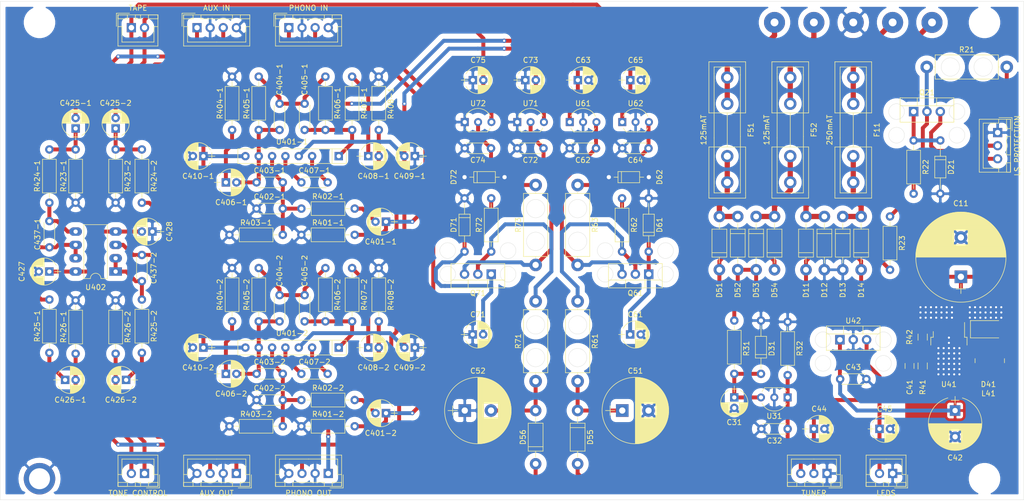
<source format=kicad_pcb>
(kicad_pcb (version 20171130) (host pcbnew "(5.1.7)-1")
  (layers (0 F.Cu signal) (31 B.Cu signal) (34 B.Paste user) (35 F.Paste user) (36 B.SilkS user) (37 F.SilkS user) (38 B.Mask user) (39 F.Mask user) (44 Edge.Cuts user))
  (net 0 "")
  (net 1 GND)
  (net 2 +32V)
  (net 3 +24V_A)
  (net 4 +29V)
  (net 5 -29V)
  (net 6 +24V)
  (net 7 +15V)
  (net 8 -24V)
  (net 9 -15V)
  (net 10 +17V)
  (net 11 ~~Q)
  (net 12 "Net-(D13-Pad1)")
  (net 13 AUX_IN_R)
  (net 14 AUX_IN_L)
  (net 15 AUX_OUT_R)
  (net 16 AUX_OUT_L)
  (net 17 PHONO_L_IN)
  (net 18 PHONO_L_OUT)
  (net 19 PHONO_R_IN)
  (net 20 PHONO_R_OUT)
  (net 21 +12V)
  (net 22 "Net-(C425-1-Pad1)")
  (net 23 "Net-(C425-2-Pad1)")
  (net 24 "Net-(C426-1-Pad1)")
  (net 25 "Net-(C426-2-Pad1)")
  (net 26 "Net-(C437-1-Pad1)")
  (net 27 "Net-(C437-1-Pad2)")
  (net 28 "Net-(C437-2-Pad1)")
  (net 29 "Net-(C437-2-Pad2)")
  (net 30 "Net-(C401-1-Pad2)")
  (net 31 "Net-(C401-2-Pad2)")
  (net 32 "Net-(C402-1-Pad1)")
  (net 33 "Net-(C402-2-Pad1)")
  (net 34 "Net-(C403-1-Pad2)")
  (net 35 "Net-(C403-2-Pad2)")
  (net 36 "Net-(C404-1-Pad1)")
  (net 37 "Net-(C404-2-Pad1)")
  (net 38 "Net-(C405-1-Pad1)")
  (net 39 "Net-(C405-2-Pad1)")
  (net 40 "Net-(C406-1-Pad1)")
  (net 41 "Net-(C406-2-Pad1)")
  (net 42 "Net-(C407-1-Pad1)")
  (net 43 "Net-(C407-1-Pad2)")
  (net 44 "Net-(C407-2-Pad1)")
  (net 45 "Net-(C407-2-Pad2)")
  (net 46 "Net-(C408-1-Pad1)")
  (net 47 "Net-(C408-2-Pad1)")
  (net 48 "Net-(C31-Pad1)")
  (net 49 "Net-(C41-Pad2)")
  (net 50 "Net-(C61-Pad1)")
  (net 51 "Net-(C64-Pad1)")
  (net 52 "Net-(C71-Pad2)")
  (net 53 "Net-(C74-Pad1)")
  (net 54 "Net-(D11-Pad2)")
  (net 55 "Net-(D21-Pad1)")
  (net 56 "Net-(D41-Pad1)")
  (net 57 "Net-(D51-Pad1)")
  (net 58 "Net-(D51-Pad2)")
  (net 59 "Net-(D52-Pad2)")
  (net 60 "Net-(D53-Pad1)")
  (net 61 "Net-(Q21-Pad2)")
  (net 62 "Net-(Q61-Pad2)")
  (net 63 "Net-(Q71-Pad2)")
  (net 64 "Net-(U41-Pad5)")
  (net 65 "Net-(F11-Pad1)")
  (net 66 "Net-(F51-Pad1)")
  (net 67 "Net-(F52-Pad1)")
  (net 68 +58V)
  (net 69 +48V)
  (net 70 -48V)
  (module Diodes_THT:D_DO-35_SOD27_P7.62mm_Horizontal (layer F.Cu) (at 103.46 48.5)
    (fp_text reference D72 (at -2.06 0 90) (layer F.SilkS))
    (fp_text value 20V)
    (pad 1 thru_hole circle (at 0 0) (size 1.6 1.6) (drill 0.8) (layers *.Cu *.Mask) (net 1 GND))
    (pad 2 thru_hole oval (at 7.62 0) (size 1.6 1.6) (drill 0.8) (layers *.Cu *.Mask) (net 53 "Net-(C74-Pad1)"))
  )
  (module Diodes_THT:D_DO-35_SOD27_P7.62mm_Horizontal (layer F.Cu) (at 130.94 48.5)
    (fp_text reference D62 (at 9.66 0 90) (layer F.SilkS))
    (fp_text value 20V)
    (pad 1 thru_hole circle (at 0 0) (size 1.6 1.6) (drill 0.8) (layers *.Cu *.Mask) (net 51 "Net-(C64-Pad1)"))
    (pad 2 thru_hole oval (at 7.62 0) (size 1.6 1.6) (drill 0.8) (layers *.Cu *.Mask) (net 1 GND))
  )
  (module Resistors_THT:R_Axial_DIN0414_L11.9mm_D4.5mm_P15.24mm_Horizontal (layer F.Cu) (at 191.5 27.5)
    (fp_text reference R21 (at 7.62 -3.31) (layer F.SilkS))
    (fp_text value "330 / 2W")
    (pad 2 thru_hole oval (at 15.24 0) (size 2.4 2.4) (drill 1.2) (layers *.Cu *.Mask) (net 68 +58V))
    (pad 1 thru_hole circle (at 0 0) (size 2.4 2.4) (drill 1.2) (layers *.Cu *.Mask) (net 61 "Net-(Q21-Pad2)"))
  )
  (module cr-17xx-psu-preamp-board:L-Sunlord-SWPA6045SxxxMT (layer F.Cu) (at 203.5 83.5 270)
    (fp_text reference L41 (at 6.25 0.25) (layer F.SilkS))
    (fp_text value 220µH)
    (pad 1 smd rect (at -2.25 0 270) (size 1.7 5.7) (layers F.Cu F.Paste F.Mask) (net 56 "Net-(D41-Pad1)"))
    (pad 2 smd rect (at 2.25 0 270) (size 1.7 5.7) (layers F.Cu F.Paste F.Mask) (net 10 +17V))
  )
  (module Diodes_THT:D_DO-35_SOD27_P10.16mm_Horizontal (layer F.Cu) (at 103.46 52.54 270)
    (fp_text reference D71 (at 5.08 2.06 90) (layer F.SilkS))
    (fp_text value 30V)
    (pad 1 thru_hole circle (at 0 0 270) (size 1.6 1.6) (drill 0.8) (layers *.Cu *.Mask) (net 1 GND))
    (pad 2 thru_hole oval (at 10.16 0 270) (size 1.6 1.6) (drill 0.8) (layers *.Cu *.Mask) (net 52 "Net-(C71-Pad2)"))
  )
  (module Diodes_THT:D_DO-35_SOD27_P10.16mm_Horizontal (layer F.Cu) (at 138.54 62.7 90)
    (fp_text reference D61 (at 5.08 2.06 90) (layer F.SilkS))
    (fp_text value 30V)
    (pad 1 thru_hole circle (at 0 0 90) (size 1.6 1.6) (drill 0.8) (layers *.Cu *.Mask) (net 50 "Net-(C61-Pad1)"))
    (pad 2 thru_hole oval (at 10.16 0 90) (size 1.6 1.6) (drill 0.8) (layers *.Cu *.Mask) (net 1 GND))
  )
  (module Diodes_THT:D_DO-35_SOD27_P10.16mm_Horizontal (layer F.Cu) (at 194.08 41.5 270)
    (fp_text reference D21 (at 5.08 -2.06 90) (layer F.SilkS))
    (fp_text value 33V)
    (pad 1 thru_hole circle (at 0 0 270) (size 1.6 1.6) (drill 0.8) (layers *.Cu *.Mask) (net 55 "Net-(D21-Pad1)"))
    (pad 2 thru_hole oval (at 10.16 0 270) (size 1.6 1.6) (drill 0.8) (layers *.Cu *.Mask) (net 1 GND))
  )
  (module Diodes_THT:D_DO-35_SOD27_P10.16mm_Horizontal (layer F.Cu) (at 159.92 86 90)
    (fp_text reference D31 (at 4.83 2.06 90) (layer F.SilkS))
    (fp_text value 33V)
    (pad 1 thru_hole circle (at 0 0 90) (size 1.6 1.6) (drill 0.8) (layers *.Cu *.Mask) (net 48 "Net-(C31-Pad1)"))
    (pad 2 thru_hole oval (at 10.16 0 90) (size 1.6 1.6) (drill 0.8) (layers *.Cu *.Mask) (net 1 GND))
  )
  (module Capacitors_THT:C_Disc_D4.3mm_W1.9mm_P5.00mm (layer F.Cu) (at 175 87)
    (fp_text reference C43 (at 2.5 -2.26) (layer F.SilkS))
    (fp_text value 100nF)
    (pad 1 thru_hole circle (at 0 0) (size 1.6 1.6) (drill 0.8) (layers *.Cu *.Mask) (net 10 +17V))
    (pad 2 thru_hole circle (at 5 0) (size 1.6 1.6) (drill 0.8) (layers *.Cu *.Mask) (net 1 GND))
  )
  (module Capacitors_THT:CP_Radial_D5.0mm_P2.00mm (layer F.Cu) (at 170 96.5)
    (fp_text reference C44 (at 1 -3.81) (layer F.SilkS))
    (fp_text value 10µF)
    (pad 1 thru_hole rect (at 0 0) (size 1.6 1.6) (drill 0.8) (layers *.Cu *.Mask) (net 21 +12V))
    (pad 2 thru_hole circle (at 2 0) (size 1.6 1.6) (drill 0.8) (layers *.Cu *.Mask) (net 1 GND))
  )
  (module Capacitors_THT:CP_Radial_D5.0mm_P2.00mm (layer F.Cu) (at 182.5 96.5)
    (fp_text reference C45 (at 1 -3.81) (layer F.SilkS))
    (fp_text value 10µF)
    (pad 1 thru_hole rect (at 0 0) (size 1.6 1.6) (drill 0.8) (layers *.Cu *.Mask) (net 21 +12V))
    (pad 2 thru_hole circle (at 2 0) (size 1.6 1.6) (drill 0.8) (layers *.Cu *.Mask) (net 1 GND))
  )
  (module Capacitors_THT:C_Disc_D4.3mm_W1.9mm_P5.00mm (layer F.Cu) (at 165 96.5 180)
    (fp_text reference C32 (at 2.5 -2.26) (layer F.SilkS))
    (fp_text value 100nF)
    (pad 1 thru_hole circle (at 0 0 180) (size 1.6 1.6) (drill 0.8) (layers *.Cu *.Mask) (net 3 +24V_A))
    (pad 2 thru_hole circle (at 5 0 180) (size 1.6 1.6) (drill 0.8) (layers *.Cu *.Mask) (net 1 GND))
  )
  (module TO_SOT_Packages_THT:TO-220-3_Vertical (layer F.Cu) (at 174.96 79.5)
    (fp_text reference U42 (at 2.54 -3.62) (layer F.SilkS))
    (fp_text value LM7812)
    (pad 1 thru_hole rect (at 0 0) (size 1.8 1.8) (drill 1) (layers *.Cu *.Mask) (net 10 +17V))
    (pad 2 thru_hole oval (at 2.54 0) (size 1.8 1.8) (drill 1) (layers *.Cu *.Mask) (net 1 GND))
    (pad 3 thru_hole oval (at 5.08 0) (size 1.8 1.8) (drill 1) (layers *.Cu *.Mask) (net 21 +12V))
  )
  (module Connectors_JST:JST_XH_B03B-XH-A_03x2.50mm_Straight (layer F.Cu) (at 172.5 105 180)
    (fp_text reference J10 hide)
    (fp_text value tuner)
    (pad 1 thru_hole rect (at 0 0 180) (size 1.75 1.75) (drill 1) (layers *.Cu *.Mask) (net 1 GND))
    (pad 2 thru_hole circle (at 2.5 0 180) (size 1.75 1.75) (drill 1) (layers *.Cu *.Mask) (net 21 +12V))
    (pad 3 thru_hole circle (at 5 0 180) (size 1.75 1.75) (drill 1) (layers *.Cu *.Mask) (net 3 +24V_A))
  )
  (module Connectors_JST:JST_XH_B02B-XH-A_02x2.50mm_Straight (layer F.Cu) (at 185 105 180)
    (fp_text reference J1 hide)
    (fp_text value leds)
    (pad 1 thru_hole rect (at 0 0 180) (size 1.75 1.75) (drill 1.05) (layers *.Cu *.Mask) (net 1 GND))
    (pad 2 thru_hole circle (at 2.5 0 180) (size 1.75 1.75) (drill 1.05) (layers *.Cu *.Mask) (net 21 +12V))
  )
  (module Connectors_JST:JST_XH_B04B-XH-A_04x2.50mm_Straight (layer F.Cu) (at 77.5 105 180)
    (fp_text reference J14 hide)
    (fp_text value Conn_01x04)
    (pad 1 thru_hole rect (at 0 0 180) (size 1.75 1.75) (drill 1) (layers *.Cu *.Mask) (net 20 PHONO_R_OUT))
    (pad 2 thru_hole circle (at 2.5 0 180) (size 1.75 1.75) (drill 1) (layers *.Cu *.Mask) (net 1 GND))
    (pad 3 thru_hole circle (at 5 0 180) (size 1.75 1.75) (drill 1) (layers *.Cu *.Mask) (net 18 PHONO_L_OUT))
    (pad 4 thru_hole circle (at 7.5 0 180) (size 1.75 1.75) (drill 1) (layers *.Cu *.Mask) (net 1 GND))
  )
  (module Connectors_JST:JST_XH_B04B-XH-A_04x2.50mm_Straight (layer F.Cu) (at 60 105 180)
    (fp_text reference J13 hide)
    (fp_text value Conn_01x04)
    (pad 1 thru_hole rect (at 0 0 180) (size 1.75 1.75) (drill 1) (layers *.Cu *.Mask) (net 15 AUX_OUT_R))
    (pad 2 thru_hole circle (at 2.5 0 180) (size 1.75 1.75) (drill 1) (layers *.Cu *.Mask) (net 1 GND))
    (pad 3 thru_hole circle (at 5 0 180) (size 1.75 1.75) (drill 1) (layers *.Cu *.Mask) (net 16 AUX_OUT_L))
    (pad 4 thru_hole circle (at 7.5 0 180) (size 1.75 1.75) (drill 1) (layers *.Cu *.Mask) (net 1 GND))
  )
  (module Connectors_JST:JST_XH_B04B-XH-A_04x2.50mm_Straight (layer F.Cu) (at 70 20)
    (fp_text reference J12 hide)
    (fp_text value Conn_01x04)
    (pad 1 thru_hole rect (at 0 0) (size 1.75 1.75) (drill 1) (layers *.Cu *.Mask) (net 17 PHONO_L_IN))
    (pad 2 thru_hole circle (at 2.5 0) (size 1.75 1.75) (drill 1) (layers *.Cu *.Mask) (net 1 GND))
    (pad 3 thru_hole circle (at 5 0) (size 1.75 1.75) (drill 1) (layers *.Cu *.Mask) (net 19 PHONO_R_IN))
    (pad 4 thru_hole circle (at 7.5 0) (size 1.75 1.75) (drill 1) (layers *.Cu *.Mask) (net 1 GND))
  )
  (module Connectors_JST:JST_XH_B04B-XH-A_04x2.50mm_Straight (layer F.Cu) (at 52.5 20)
    (fp_text reference J11 hide)
    (fp_text value Conn_01x04)
    (pad 1 thru_hole rect (at 0 0) (size 1.75 1.75) (drill 1) (layers *.Cu *.Mask) (net 14 AUX_IN_L))
    (pad 2 thru_hole circle (at 2.5 0) (size 1.75 1.75) (drill 1) (layers *.Cu *.Mask) (net 1 GND))
    (pad 3 thru_hole circle (at 5 0) (size 1.75 1.75) (drill 1) (layers *.Cu *.Mask) (net 13 AUX_IN_R))
    (pad 4 thru_hole circle (at 7.5 0) (size 1.75 1.75) (drill 1) (layers *.Cu *.Mask) (net 1 GND))
  )
  (module Capacitors_THT:CP_Radial_D5.0mm_P2.00mm (layer F.Cu) (at 53.72 44.5 180)
    (fp_text reference C410-1 (at 1 -3.81) (layer F.SilkS))
    (fp_text value 10µF)
    (pad 1 thru_hole rect (at 0 0 180) (size 1.6 1.6) (drill 0.8) (layers *.Cu *.Mask) (net 6 +24V))
    (pad 2 thru_hole circle (at 2 0 180) (size 1.6 1.6) (drill 0.8) (layers *.Cu *.Mask) (net 1 GND))
  )
  (module Capacitors_THT:CP_Radial_D5.0mm_P2.00mm (layer F.Cu) (at 94 44.5 180)
    (fp_text reference C409-1 (at 1 -3.81) (layer F.SilkS))
    (fp_text value 10µF)
    (pad 1 thru_hole rect (at 0 0 180) (size 1.6 1.6) (drill 0.8) (layers *.Cu *.Mask) (net 1 GND))
    (pad 2 thru_hole circle (at 2 0 180) (size 1.6 1.6) (drill 0.8) (layers *.Cu *.Mask) (net 8 -24V))
  )
  (module Capacitors_THT:CP_Radial_D5.0mm_P2.00mm (layer F.Cu) (at 53.72 81 180)
    (fp_text reference C410-2 (at 1 -3.81) (layer F.SilkS))
    (fp_text value 10µF)
    (pad 1 thru_hole rect (at 0 0 180) (size 1.6 1.6) (drill 0.8) (layers *.Cu *.Mask) (net 6 +24V))
    (pad 2 thru_hole circle (at 2 0 180) (size 1.6 1.6) (drill 0.8) (layers *.Cu *.Mask) (net 1 GND))
  )
  (module Capacitors_THT:CP_Radial_D5.0mm_P2.00mm (layer F.Cu) (at 94 81 180)
    (fp_text reference C409-2 (at 1 -3.81) (layer F.SilkS))
    (fp_text value 10µF)
    (pad 1 thru_hole rect (at 0 0 180) (size 1.6 1.6) (drill 0.8) (layers *.Cu *.Mask) (net 1 GND))
    (pad 2 thru_hole circle (at 2 0 180) (size 1.6 1.6) (drill 0.8) (layers *.Cu *.Mask) (net 8 -24V))
  )
  (module cr-17xx-psu-preamp-board:SIP8_NO_PIN_7 (layer F.Cu) (at 79.5 81 180)
    (fp_text reference U401-2 (at 8.89 2.75) (layer F.SilkS))
    (fp_text value HA1457W)
    (pad 1 thru_hole rect (at 0 0 180) (size 1.6 1.6) (drill 0.8) (layers *.Cu *.Mask) (net 39 "Net-(C405-2-Pad1)"))
    (pad 3 thru_hole oval (at 5.08 0 180) (size 1.6 1.6) (drill 0.8) (layers *.Cu *.Mask) (net 45 "Net-(C407-2-Pad2)"))
    (pad 4 thru_hole oval (at 7.62 0 180) (size 1.6 1.6) (drill 0.8) (layers *.Cu *.Mask) (net 8 -24V))
    (pad 5 thru_hole oval (at 10.16 0 180) (size 1.6 1.6) (drill 0.8) (layers *.Cu *.Mask) (net 44 "Net-(C407-2-Pad1)"))
    (pad 6 thru_hole oval (at 12.7 0 180) (size 1.6 1.6) (drill 0.8) (layers *.Cu *.Mask) (net 33 "Net-(C402-2-Pad1)"))
    (pad 7 thru_hole oval (at 15.24 0 180) (size 1.6 1.6) (drill 0.8) (layers *.Cu *.Mask) (net 35 "Net-(C403-2-Pad2)"))
    (pad 8 thru_hole oval (at 17.78 0 180) (size 1.6 1.6) (drill 0.8) (layers *.Cu *.Mask) (net 6 +24V))
  )
  (module Resistors_THT:R_Axial_DIN0207_L6.3mm_D2.5mm_P10.16mm_Horizontal (layer F.Cu) (at 87.12 65.84 270)
    (fp_text reference R408-2 (at 5.08 -2.31 90) (layer F.SilkS))
    (fp_text value 100k)
    (pad 1 thru_hole circle (at 0 0 270) (size 1.6 1.6) (drill 0.8) (layers *.Cu *.Mask) (net 1 GND))
    (pad 2 thru_hole oval (at 10.16 0 270) (size 1.6 1.6) (drill 0.8) (layers *.Cu *.Mask) (net 20 PHONO_R_OUT))
  )
  (module Resistors_THT:R_Axial_DIN0207_L6.3mm_D2.5mm_P10.16mm_Horizontal (layer F.Cu) (at 82.04 65.84 270)
    (fp_text reference R407-2 (at 5.08 -2.31 90) (layer F.SilkS))
    (fp_text value 560)
    (pad 1 thru_hole circle (at 0 0 270) (size 1.6 1.6) (drill 0.8) (layers *.Cu *.Mask) (net 47 "Net-(C408-2-Pad1)"))
    (pad 2 thru_hole oval (at 10.16 0 270) (size 1.6 1.6) (drill 0.8) (layers *.Cu *.Mask) (net 39 "Net-(C405-2-Pad1)"))
  )
  (module Resistors_THT:R_Axial_DIN0207_L6.3mm_D2.5mm_P10.16mm_Horizontal (layer F.Cu) (at 76.96 65.84 270)
    (fp_text reference R406-2 (at 5.08 -2.31 90) (layer F.SilkS))
    (fp_text value 39k)
    (pad 1 thru_hole circle (at 0 0 270) (size 1.6 1.6) (drill 0.8) (layers *.Cu *.Mask) (net 37 "Net-(C404-2-Pad1)"))
    (pad 2 thru_hole oval (at 10.16 0 270) (size 1.6 1.6) (drill 0.8) (layers *.Cu *.Mask) (net 39 "Net-(C405-2-Pad1)"))
  )
  (module Resistors_THT:R_Axial_DIN0207_L6.3mm_D2.5mm_P10.16mm_Horizontal (layer F.Cu) (at 64.26 76 90)
    (fp_text reference R405-2 (at 5.08 -2.31 90) (layer F.SilkS))
    (fp_text value 510k)
    (pad 1 thru_hole circle (at 0 0 90) (size 1.6 1.6) (drill 0.8) (layers *.Cu *.Mask) (net 35 "Net-(C403-2-Pad2)"))
    (pad 2 thru_hole oval (at 10.16 0 90) (size 1.6 1.6) (drill 0.8) (layers *.Cu *.Mask) (net 37 "Net-(C404-2-Pad1)"))
  )
  (module Resistors_THT:R_Axial_DIN0207_L6.3mm_D2.5mm_P10.16mm_Horizontal (layer F.Cu) (at 59.18 65.84 270)
    (fp_text reference R404-2 (at 5.08 2.31 90) (layer F.SilkS))
    (fp_text value 470)
    (pad 1 thru_hole circle (at 0 0 270) (size 1.6 1.6) (drill 0.8) (layers *.Cu *.Mask) (net 1 GND))
    (pad 2 thru_hole oval (at 10.16 0 270) (size 1.6 1.6) (drill 0.8) (layers *.Cu *.Mask) (net 41 "Net-(C406-2-Pad1)"))
  )
  (module Resistors_THT:R_Axial_DIN0207_L6.3mm_D2.5mm_P10.16mm_Horizontal (layer F.Cu) (at 58.68 96)
    (fp_text reference R403-2 (at 5.08 -2.31) (layer F.SilkS))
    (fp_text value 100k)
    (pad 1 thru_hole circle (at 0 0) (size 1.6 1.6) (drill 0.8) (layers *.Cu *.Mask) (net 1 GND))
    (pad 2 thru_hole oval (at 10.16 0) (size 1.6 1.6) (drill 0.8) (layers *.Cu *.Mask) (net 33 "Net-(C402-2-Pad1)"))
  )
  (module Resistors_THT:R_Axial_DIN0207_L6.3mm_D2.5mm_P10.16mm_Horizontal (layer F.Cu) (at 72.38 91)
    (fp_text reference R402-2 (at 5.08 -2.31) (layer F.SilkS))
    (fp_text value 2.2k)
    (pad 1 thru_hole circle (at 0 0) (size 1.6 1.6) (drill 0.8) (layers *.Cu *.Mask) (net 33 "Net-(C402-2-Pad1)"))
    (pad 2 thru_hole oval (at 10.16 0) (size 1.6 1.6) (drill 0.8) (layers *.Cu *.Mask) (net 31 "Net-(C401-2-Pad2)"))
  )
  (module Resistors_THT:R_Axial_DIN0207_L6.3mm_D2.5mm_P10.16mm_Horizontal (layer F.Cu) (at 72.38 96)
    (fp_text reference R401-2 (at 5.08 -2.31) (layer F.SilkS))
    (fp_text value 100k)
    (pad 1 thru_hole circle (at 0 0) (size 1.6 1.6) (drill 0.8) (layers *.Cu *.Mask) (net 1 GND))
    (pad 2 thru_hole oval (at 10.16 0) (size 1.6 1.6) (drill 0.8) (layers *.Cu *.Mask) (net 19 PHONO_R_IN))
  )
  (module Capacitors_THT:CP_Radial_D5.0mm_P2.00mm (layer F.Cu) (at 85.12 81)
    (fp_text reference C408-2 (at 1 3.81) (layer F.SilkS))
    (fp_text value 4.7µF)
    (pad 1 thru_hole rect (at 0 0) (size 1.6 1.6) (drill 0.8) (layers *.Cu *.Mask) (net 47 "Net-(C408-2-Pad1)"))
    (pad 2 thru_hole circle (at 2 0) (size 1.6 1.6) (drill 0.8) (layers *.Cu *.Mask) (net 20 PHONO_R_OUT))
  )
  (module Capacitors_THT:C_Disc_D4.3mm_W1.9mm_P5.00mm (layer F.Cu) (at 73 76 90)
    (fp_text reference C405-2 (at 6.5 0 90) (layer F.SilkS) (effects (justify left)))
    (fp_text value 1.93nF)
    (pad 1 thru_hole circle (at 0 0 90) (size 1.6 1.6) (drill 0.8) (layers *.Cu *.Mask) (net 39 "Net-(C405-2-Pad1)"))
    (pad 2 thru_hole circle (at 5 0 90) (size 1.6 1.6) (drill 0.8) (layers *.Cu *.Mask) (net 37 "Net-(C404-2-Pad1)"))
  )
  (module Capacitors_THT:C_Disc_D4.3mm_W1.9mm_P5.00mm (layer F.Cu) (at 72.38 86)
    (fp_text reference C407-2 (at 2.5 -2.26) (layer F.SilkS))
    (fp_text value 20pF)
    (pad 1 thru_hole circle (at 0 0) (size 1.6 1.6) (drill 0.8) (layers *.Cu *.Mask) (net 44 "Net-(C407-2-Pad1)"))
    (pad 2 thru_hole circle (at 5 0) (size 1.6 1.6) (drill 0.8) (layers *.Cu *.Mask) (net 45 "Net-(C407-2-Pad2)"))
  )
  (module Capacitors_THT:C_Disc_D4.3mm_W1.9mm_P5.00mm (layer F.Cu) (at 68.22 71 270)
    (fp_text reference C404-2 (at -1.5 0 90) (layer F.SilkS) (effects (justify left)))
    (fp_text value 6.8nF)
    (pad 1 thru_hole circle (at 0 0 270) (size 1.6 1.6) (drill 0.8) (layers *.Cu *.Mask) (net 37 "Net-(C404-2-Pad1)"))
    (pad 2 thru_hole circle (at 5 0 270) (size 1.6 1.6) (drill 0.8) (layers *.Cu *.Mask) (net 35 "Net-(C403-2-Pad2)"))
  )
  (module Capacitors_THT:C_Disc_D4.3mm_W1.9mm_P5.00mm (layer F.Cu) (at 68.84 86 180)
    (fp_text reference C403-2 (at 2.5 2.26) (layer F.SilkS))
    (fp_text value 100pF)
    (pad 1 thru_hole circle (at 0 0 180) (size 1.6 1.6) (drill 0.8) (layers *.Cu *.Mask) (net 33 "Net-(C402-2-Pad1)"))
    (pad 2 thru_hole circle (at 5 0 180) (size 1.6 1.6) (drill 0.8) (layers *.Cu *.Mask) (net 35 "Net-(C403-2-Pad2)"))
  )
  (module Capacitors_THT:CP_Radial_D5.0mm_P2.00mm (layer F.Cu) (at 58 86)
    (fp_text reference C406-2 (at 1 3.81) (layer F.SilkS))
    (fp_text value 47µF)
    (pad 1 thru_hole rect (at 0 0) (size 1.6 1.6) (drill 0.8) (layers *.Cu *.Mask) (net 41 "Net-(C406-2-Pad1)"))
    (pad 2 thru_hole circle (at 2 0) (size 1.6 1.6) (drill 0.8) (layers *.Cu *.Mask) (net 35 "Net-(C403-2-Pad2)"))
  )
  (module Capacitors_THT:C_Disc_D4.3mm_W1.9mm_P5.00mm (layer F.Cu) (at 68.84 91 180)
    (fp_text reference C402-2 (at 2.5 2.26) (layer F.SilkS))
    (fp_text value 50pF)
    (pad 1 thru_hole circle (at 0 0 180) (size 1.6 1.6) (drill 0.8) (layers *.Cu *.Mask) (net 33 "Net-(C402-2-Pad1)"))
    (pad 2 thru_hole circle (at 5 0 180) (size 1.6 1.6) (drill 0.8) (layers *.Cu *.Mask) (net 1 GND))
  )
  (module Capacitors_THT:CP_Radial_D5.0mm_P2.00mm (layer F.Cu) (at 88.5 93.5 180)
    (fp_text reference C401-2 (at 1 -3.81) (layer F.SilkS))
    (fp_text value 4.7µF)
    (pad 1 thru_hole rect (at 0 0 180) (size 1.6 1.6) (drill 0.8) (layers *.Cu *.Mask) (net 19 PHONO_R_IN))
    (pad 2 thru_hole circle (at 2 0 180) (size 1.6 1.6) (drill 0.8) (layers *.Cu *.Mask) (net 31 "Net-(C401-2-Pad2)"))
  )
  (module cr-17xx-psu-preamp-board:SIP8_NO_PIN_7 (layer F.Cu) (at 79.5 44.5 180)
    (fp_text reference U401-1 (at 8.89 2.75) (layer F.SilkS))
    (fp_text value HA1457W)
    (pad 1 thru_hole rect (at 0 0 180) (size 1.6 1.6) (drill 0.8) (layers *.Cu *.Mask) (net 38 "Net-(C405-1-Pad1)"))
    (pad 3 thru_hole oval (at 5.08 0 180) (size 1.6 1.6) (drill 0.8) (layers *.Cu *.Mask) (net 43 "Net-(C407-1-Pad2)"))
    (pad 4 thru_hole oval (at 7.62 0 180) (size 1.6 1.6) (drill 0.8) (layers *.Cu *.Mask) (net 8 -24V))
    (pad 5 thru_hole oval (at 10.16 0 180) (size 1.6 1.6) (drill 0.8) (layers *.Cu *.Mask) (net 42 "Net-(C407-1-Pad1)"))
    (pad 6 thru_hole oval (at 12.7 0 180) (size 1.6 1.6) (drill 0.8) (layers *.Cu *.Mask) (net 32 "Net-(C402-1-Pad1)"))
    (pad 7 thru_hole oval (at 15.24 0 180) (size 1.6 1.6) (drill 0.8) (layers *.Cu *.Mask) (net 34 "Net-(C403-1-Pad2)"))
    (pad 8 thru_hole oval (at 17.78 0 180) (size 1.6 1.6) (drill 0.8) (layers *.Cu *.Mask) (net 6 +24V))
  )
  (module Resistors_THT:R_Axial_DIN0207_L6.3mm_D2.5mm_P10.16mm_Horizontal (layer F.Cu) (at 87.12 29.34 270)
    (fp_text reference R408-1 (at 5.08 -2.31 90) (layer F.SilkS))
    (fp_text value 100k)
    (pad 1 thru_hole circle (at 0 0 270) (size 1.6 1.6) (drill 0.8) (layers *.Cu *.Mask) (net 1 GND))
    (pad 2 thru_hole oval (at 10.16 0 270) (size 1.6 1.6) (drill 0.8) (layers *.Cu *.Mask) (net 18 PHONO_L_OUT))
  )
  (module Resistors_THT:R_Axial_DIN0207_L6.3mm_D2.5mm_P10.16mm_Horizontal (layer F.Cu) (at 82.04 29.34 270)
    (fp_text reference R407-1 (at 5.08 -2.31 90) (layer F.SilkS))
    (fp_text value 560)
    (pad 1 thru_hole circle (at 0 0 270) (size 1.6 1.6) (drill 0.8) (layers *.Cu *.Mask) (net 46 "Net-(C408-1-Pad1)"))
    (pad 2 thru_hole oval (at 10.16 0 270) (size 1.6 1.6) (drill 0.8) (layers *.Cu *.Mask) (net 38 "Net-(C405-1-Pad1)"))
  )
  (module Resistors_THT:R_Axial_DIN0207_L6.3mm_D2.5mm_P10.16mm_Horizontal (layer F.Cu) (at 76.96 29.34 270)
    (fp_text reference R406-1 (at 5.08 -2.31 90) (layer F.SilkS))
    (fp_text value 39k)
    (pad 1 thru_hole circle (at 0 0 270) (size 1.6 1.6) (drill 0.8) (layers *.Cu *.Mask) (net 36 "Net-(C404-1-Pad1)"))
    (pad 2 thru_hole oval (at 10.16 0 270) (size 1.6 1.6) (drill 0.8) (layers *.Cu *.Mask) (net 38 "Net-(C405-1-Pad1)"))
  )
  (module Resistors_THT:R_Axial_DIN0207_L6.3mm_D2.5mm_P10.16mm_Horizontal (layer F.Cu) (at 64.26 39.5 90)
    (fp_text reference R405-1 (at 5.08 -2.31 90) (layer F.SilkS))
    (fp_text value 510k)
    (pad 1 thru_hole circle (at 0 0 90) (size 1.6 1.6) (drill 0.8) (layers *.Cu *.Mask) (net 34 "Net-(C403-1-Pad2)"))
    (pad 2 thru_hole oval (at 10.16 0 90) (size 1.6 1.6) (drill 0.8) (layers *.Cu *.Mask) (net 36 "Net-(C404-1-Pad1)"))
  )
  (module Resistors_THT:R_Axial_DIN0207_L6.3mm_D2.5mm_P10.16mm_Horizontal (layer F.Cu) (at 59.18 29.34 270)
    (fp_text reference R404-1 (at 5.08 2.31 90) (layer F.SilkS))
    (fp_text value 470)
    (pad 1 thru_hole circle (at 0 0 270) (size 1.6 1.6) (drill 0.8) (layers *.Cu *.Mask) (net 1 GND))
    (pad 2 thru_hole oval (at 10.16 0 270) (size 1.6 1.6) (drill 0.8) (layers *.Cu *.Mask) (net 40 "Net-(C406-1-Pad1)"))
  )
  (module Resistors_THT:R_Axial_DIN0207_L6.3mm_D2.5mm_P10.16mm_Horizontal (layer F.Cu) (at 58.68 59.5)
    (fp_text reference R403-1 (at 5.08 -2.31) (layer F.SilkS))
    (fp_text value 100k)
    (pad 1 thru_hole circle (at 0 0) (size 1.6 1.6) (drill 0.8) (layers *.Cu *.Mask) (net 1 GND))
    (pad 2 thru_hole oval (at 10.16 0) (size 1.6 1.6) (drill 0.8) (layers *.Cu *.Mask) (net 32 "Net-(C402-1-Pad1)"))
  )
  (module Resistors_THT:R_Axial_DIN0207_L6.3mm_D2.5mm_P10.16mm_Horizontal (layer F.Cu) (at 72.38 54.5)
    (fp_text reference R402-1 (at 5.08 -2.31) (layer F.SilkS))
    (fp_text value 2.2k)
    (pad 1 thru_hole circle (at 0 0) (size 1.6 1.6) (drill 0.8) (layers *.Cu *.Mask) (net 32 "Net-(C402-1-Pad1)"))
    (pad 2 thru_hole oval (at 10.16 0) (size 1.6 1.6) (drill 0.8) (layers *.Cu *.Mask) (net 30 "Net-(C401-1-Pad2)"))
  )
  (module Resistors_THT:R_Axial_DIN0207_L6.3mm_D2.5mm_P10.16mm_Horizontal (layer F.Cu) (at 72.38 59.5)
    (fp_text reference R401-1 (at 5.08 -2.31) (layer F.SilkS))
    (fp_text value 100k)
    (pad 1 thru_hole circle (at 0 0) (size 1.6 1.6) (drill 0.8) (layers *.Cu *.Mask) (net 1 GND))
    (pad 2 thru_hole oval (at 10.16 0) (size 1.6 1.6) (drill 0.8) (layers *.Cu *.Mask) (net 17 PHONO_L_IN))
  )
  (module Capacitors_THT:CP_Radial_D5.0mm_P2.00mm (layer F.Cu) (at 85.12 44.5)
    (fp_text reference C408-1 (at 1 3.81) (layer F.SilkS))
    (fp_text value 4.7µF)
    (pad 1 thru_hole rect (at 0 0) (size 1.6 1.6) (drill 0.8) (layers *.Cu *.Mask) (net 46 "Net-(C408-1-Pad1)"))
    (pad 2 thru_hole circle (at 2 0) (size 1.6 1.6) (drill 0.8) (layers *.Cu *.Mask) (net 18 PHONO_L_OUT))
  )
  (module Capacitors_THT:C_Disc_D4.3mm_W1.9mm_P5.00mm (layer F.Cu) (at 73 39.5 90)
    (fp_text reference C405-1 (at 6.5 0 90) (layer F.SilkS) (effects (justify left)))
    (fp_text value 1.93nF)
    (pad 1 thru_hole circle (at 0 0 90) (size 1.6 1.6) (drill 0.8) (layers *.Cu *.Mask) (net 38 "Net-(C405-1-Pad1)"))
    (pad 2 thru_hole circle (at 5 0 90) (size 1.6 1.6) (drill 0.8) (layers *.Cu *.Mask) (net 36 "Net-(C404-1-Pad1)"))
  )
  (module Capacitors_THT:C_Disc_D4.3mm_W1.9mm_P5.00mm (layer F.Cu) (at 72.38 49.5)
    (fp_text reference C407-1 (at 2.5 -2.26) (layer F.SilkS))
    (fp_text value 20pF)
    (pad 1 thru_hole circle (at 0 0) (size 1.6 1.6) (drill 0.8) (layers *.Cu *.Mask) (net 42 "Net-(C407-1-Pad1)"))
    (pad 2 thru_hole circle (at 5 0) (size 1.6 1.6) (drill 0.8) (layers *.Cu *.Mask) (net 43 "Net-(C407-1-Pad2)"))
  )
  (module Capacitors_THT:C_Disc_D4.3mm_W1.9mm_P5.00mm (layer F.Cu) (at 68.22 34.5 270)
    (fp_text reference C404-1 (at -1.5 0 90) (layer F.SilkS) (effects (justify left)))
    (fp_text value 6.8nF)
    (pad 1 thru_hole circle (at 0 0 270) (size 1.6 1.6) (drill 0.8) (layers *.Cu *.Mask) (net 36 "Net-(C404-1-Pad1)"))
    (pad 2 thru_hole circle (at 5 0 270) (size 1.6 1.6) (drill 0.8) (layers *.Cu *.Mask) (net 34 "Net-(C403-1-Pad2)"))
  )
  (module Capacitors_THT:C_Disc_D4.3mm_W1.9mm_P5.00mm (layer F.Cu) (at 68.84 49.5 180)
    (fp_text reference C403-1 (at 2.5 2.26) (layer F.SilkS))
    (fp_text value 100pF)
    (pad 1 thru_hole circle (at 0 0 180) (size 1.6 1.6) (drill 0.8) (layers *.Cu *.Mask) (net 32 "Net-(C402-1-Pad1)"))
    (pad 2 thru_hole circle (at 5 0 180) (size 1.6 1.6) (drill 0.8) (layers *.Cu *.Mask) (net 34 "Net-(C403-1-Pad2)"))
  )
  (module Capacitors_THT:CP_Radial_D5.0mm_P2.00mm (layer F.Cu) (at 58 49.5)
    (fp_text reference C406-1 (at 1 3.81) (layer F.SilkS))
    (fp_text value 47µF)
    (pad 1 thru_hole rect (at 0 0) (size 1.6 1.6) (drill 0.8) (layers *.Cu *.Mask) (net 40 "Net-(C406-1-Pad1)"))
    (pad 2 thru_hole circle (at 2 0) (size 1.6 1.6) (drill 0.8) (layers *.Cu *.Mask) (net 34 "Net-(C403-1-Pad2)"))
  )
  (module Capacitors_THT:C_Disc_D4.3mm_W1.9mm_P5.00mm (layer F.Cu) (at 68.84 54.5 180)
    (fp_text reference C402-1 (at 2.5 2.26) (layer F.SilkS))
    (fp_text value 50pF)
    (pad 1 thru_hole circle (at 0 0 180) (size 1.6 1.6) (drill 0.8) (layers *.Cu *.Mask) (net 32 "Net-(C402-1-Pad1)"))
    (pad 2 thru_hole circle (at 5 0 180) (size 1.6 1.6) (drill 0.8) (layers *.Cu *.Mask) (net 1 GND))
  )
  (module Capacitors_THT:CP_Radial_D5.0mm_P2.00mm (layer F.Cu) (at 88.5 57 180)
    (fp_text reference C401-1 (at 1 -3.81) (layer F.SilkS))
    (fp_text value 4.7µF)
    (pad 1 thru_hole rect (at 0 0 180) (size 1.6 1.6) (drill 0.8) (layers *.Cu *.Mask) (net 17 PHONO_L_IN))
    (pad 2 thru_hole circle (at 2 0 180) (size 1.6 1.6) (drill 0.8) (layers *.Cu *.Mask) (net 30 "Net-(C401-1-Pad2)"))
  )
  (module Housings_DIP:DIP-8_W7.62mm_LongPads (layer F.Cu) (at 37 66.5 180)
    (fp_text reference U402 (at 3.81 -3) (layer F.SilkS))
    (fp_text value RC4558)
    (pad 1 thru_hole rect (at 0 0 180) (size 2.4 1.6) (drill 0.8) (layers *.Cu *.Mask) (net 29 "Net-(C437-2-Pad2)"))
    (pad 5 thru_hole oval (at 7.62 7.62 180) (size 2.4 1.6) (drill 0.8) (layers *.Cu *.Mask) (net 26 "Net-(C437-1-Pad1)"))
    (pad 2 thru_hole oval (at 0 2.54 180) (size 2.4 1.6) (drill 0.8) (layers *.Cu *.Mask) (net 29 "Net-(C437-2-Pad2)"))
    (pad 6 thru_hole oval (at 7.62 5.08 180) (size 2.4 1.6) (drill 0.8) (layers *.Cu *.Mask) (net 27 "Net-(C437-1-Pad2)"))
    (pad 3 thru_hole oval (at 0 5.08 180) (size 2.4 1.6) (drill 0.8) (layers *.Cu *.Mask) (net 28 "Net-(C437-2-Pad1)"))
    (pad 7 thru_hole oval (at 7.62 2.54 180) (size 2.4 1.6) (drill 0.8) (layers *.Cu *.Mask) (net 27 "Net-(C437-1-Pad2)"))
    (pad 4 thru_hole oval (at 0 7.62 180) (size 2.4 1.6) (drill 0.8) (layers *.Cu *.Mask) (net 9 -15V))
    (pad 8 thru_hole oval (at 7.62 0 180) (size 2.4 1.6) (drill 0.8) (layers *.Cu *.Mask) (net 7 +15V))
  )
  (module Resistors_THT:R_Axial_DIN0207_L6.3mm_D2.5mm_P10.16mm_Horizontal (layer F.Cu) (at 29.38 72 270)
    (fp_text reference R426-1 (at 5.08 2.31 90) (layer F.SilkS))
    (fp_text value 100k)
    (pad 1 thru_hole circle (at 0 0 270) (size 1.6 1.6) (drill 0.8) (layers *.Cu *.Mask) (net 1 GND))
    (pad 2 thru_hole oval (at 10.16 0 270) (size 1.6 1.6) (drill 0.8) (layers *.Cu *.Mask) (net 16 AUX_OUT_L))
  )
  (module Resistors_THT:R_Axial_DIN0207_L6.3mm_D2.5mm_P10.16mm_Horizontal (layer F.Cu) (at 37 72 270)
    (fp_text reference R426-2 (at 5.08 -2.31 90) (layer F.SilkS))
    (fp_text value 100k)
    (pad 1 thru_hole circle (at 0 0 270) (size 1.6 1.6) (drill 0.8) (layers *.Cu *.Mask) (net 1 GND))
    (pad 2 thru_hole oval (at 10.16 0 270) (size 1.6 1.6) (drill 0.8) (layers *.Cu *.Mask) (net 15 AUX_OUT_R))
  )
  (module Resistors_THT:R_Axial_DIN0207_L6.3mm_D2.5mm_P10.16mm_Horizontal (layer F.Cu) (at 24.38 82 90)
    (fp_text reference R425-1 (at 5.08 -2.31 90) (layer F.SilkS))
    (fp_text value 220)
    (pad 1 thru_hole circle (at 0 0 90) (size 1.6 1.6) (drill 0.8) (layers *.Cu *.Mask) (net 24 "Net-(C426-1-Pad1)"))
    (pad 2 thru_hole oval (at 10.16 0 90) (size 1.6 1.6) (drill 0.8) (layers *.Cu *.Mask) (net 27 "Net-(C437-1-Pad2)"))
  )
  (module Resistors_THT:R_Axial_DIN0207_L6.3mm_D2.5mm_P10.16mm_Horizontal (layer F.Cu) (at 42 82 90)
    (fp_text reference R425-2 (at 5.08 2.31 90) (layer F.SilkS))
    (fp_text value 220)
    (pad 1 thru_hole circle (at 0 0 90) (size 1.6 1.6) (drill 0.8) (layers *.Cu *.Mask) (net 25 "Net-(C426-2-Pad1)"))
    (pad 2 thru_hole oval (at 10.16 0 90) (size 1.6 1.6) (drill 0.8) (layers *.Cu *.Mask) (net 29 "Net-(C437-2-Pad2)"))
  )
  (module Resistors_THT:R_Axial_DIN0207_L6.3mm_D2.5mm_P10.16mm_Horizontal (layer F.Cu) (at 24.38 53.38 90)
    (fp_text reference R424-1 (at 5.08 -2.31 90) (layer F.SilkS))
    (fp_text value 1.5k)
    (pad 1 thru_hole circle (at 0 0 90) (size 1.6 1.6) (drill 0.8) (layers *.Cu *.Mask) (net 26 "Net-(C437-1-Pad1)"))
    (pad 2 thru_hole oval (at 10.16 0 90) (size 1.6 1.6) (drill 0.8) (layers *.Cu *.Mask) (net 22 "Net-(C425-1-Pad1)"))
  )
  (module Resistors_THT:R_Axial_DIN0207_L6.3mm_D2.5mm_P10.16mm_Horizontal (layer F.Cu) (at 42 53.38 90)
    (fp_text reference R424-2 (at 5.08 2.31 90) (layer F.SilkS))
    (fp_text value 1.5k)
    (pad 1 thru_hole circle (at 0 0 90) (size 1.6 1.6) (drill 0.8) (layers *.Cu *.Mask) (net 28 "Net-(C437-2-Pad1)"))
    (pad 2 thru_hole oval (at 10.16 0 90) (size 1.6 1.6) (drill 0.8) (layers *.Cu *.Mask) (net 23 "Net-(C425-2-Pad1)"))
  )
  (module Resistors_THT:R_Axial_DIN0207_L6.3mm_D2.5mm_P10.16mm_Horizontal (layer F.Cu) (at 29.38 53.38 90)
    (fp_text reference R423-1 (at 5.08 -2.31 90) (layer F.SilkS))
    (fp_text value 470k)
    (pad 1 thru_hole circle (at 0 0 90) (size 1.6 1.6) (drill 0.8) (layers *.Cu *.Mask) (net 1 GND))
    (pad 2 thru_hole oval (at 10.16 0 90) (size 1.6 1.6) (drill 0.8) (layers *.Cu *.Mask) (net 22 "Net-(C425-1-Pad1)"))
  )
  (module Resistors_THT:R_Axial_DIN0207_L6.3mm_D2.5mm_P10.16mm_Horizontal (layer F.Cu) (at 37 53.38 90)
    (fp_text reference R423-2 (at 5.08 2.31 90) (layer F.SilkS))
    (fp_text value 470k)
    (pad 1 thru_hole circle (at 0 0 90) (size 1.6 1.6) (drill 0.8) (layers *.Cu *.Mask) (net 1 GND))
    (pad 2 thru_hole oval (at 10.16 0 90) (size 1.6 1.6) (drill 0.8) (layers *.Cu *.Mask) (net 23 "Net-(C425-2-Pad1)"))
  )
  (module Capacitors_THT:CP_Radial_D5.0mm_P2.00mm (layer F.Cu) (at 27.38 87.16)
    (fp_text reference C426-1 (at 1 3.81) (layer F.SilkS))
    (fp_text value 4.7µF)
    (pad 1 thru_hole rect (at 0 0) (size 1.6 1.6) (drill 0.8) (layers *.Cu *.Mask) (net 24 "Net-(C426-1-Pad1)"))
    (pad 2 thru_hole circle (at 2 0) (size 1.6 1.6) (drill 0.8) (layers *.Cu *.Mask) (net 16 AUX_OUT_L))
  )
  (module Capacitors_THT:CP_Radial_D5.0mm_P2.00mm (layer F.Cu) (at 39 87.16 180)
    (fp_text reference C426-2 (at 1 -3.81) (layer F.SilkS))
    (fp_text value 4.7µF)
    (pad 1 thru_hole rect (at 0 0 180) (size 1.6 1.6) (drill 0.8) (layers *.Cu *.Mask) (net 25 "Net-(C426-2-Pad1)"))
    (pad 2 thru_hole circle (at 2 0 180) (size 1.6 1.6) (drill 0.8) (layers *.Cu *.Mask) (net 15 AUX_OUT_R))
  )
  (module Capacitors_THT:C_Disc_D4.3mm_W1.9mm_P5.00mm (layer F.Cu) (at 24.38 56.88 270)
    (fp_text reference C437-1 (at 2.5 2.26 90) (layer F.SilkS))
    (fp_text value 20pF)
    (pad 1 thru_hole circle (at 0 0 270) (size 1.6 1.6) (drill 0.8) (layers *.Cu *.Mask) (net 26 "Net-(C437-1-Pad1)"))
    (pad 2 thru_hole circle (at 5 0 270) (size 1.6 1.6) (drill 0.8) (layers *.Cu *.Mask) (net 27 "Net-(C437-1-Pad2)"))
  )
  (module Capacitors_THT:C_Disc_D4.3mm_W1.9mm_P5.00mm (layer F.Cu) (at 42 63.34 270)
    (fp_text reference C437-2 (at 2.5 -2.26 90) (layer F.SilkS))
    (fp_text value 20pF)
    (pad 1 thru_hole circle (at 0 0 270) (size 1.6 1.6) (drill 0.8) (layers *.Cu *.Mask) (net 28 "Net-(C437-2-Pad1)"))
    (pad 2 thru_hole circle (at 5 0 270) (size 1.6 1.6) (drill 0.8) (layers *.Cu *.Mask) (net 29 "Net-(C437-2-Pad2)"))
  )
  (module Capacitors_THT:CP_Radial_D5.0mm_P2.00mm (layer F.Cu) (at 24.38 66.5 180)
    (fp_text reference C427 (at 5.25 0 90) (layer F.SilkS))
    (fp_text value 10µF)
    (pad 1 thru_hole rect (at 0 0 180) (size 1.6 1.6) (drill 0.8) (layers *.Cu *.Mask) (net 7 +15V))
    (pad 2 thru_hole circle (at 2 0 180) (size 1.6 1.6) (drill 0.8) (layers *.Cu *.Mask) (net 1 GND))
  )
  (module Capacitors_THT:CP_Radial_D5.0mm_P2.00mm (layer F.Cu) (at 29.38 39.22 90)
    (fp_text reference C425-1 (at 4.84 0 180) (layer F.SilkS))
    (fp_text value 1µF)
    (pad 1 thru_hole rect (at 0 0 90) (size 1.6 1.6) (drill 0.8) (layers *.Cu *.Mask) (net 22 "Net-(C425-1-Pad1)"))
    (pad 2 thru_hole circle (at 2 0 90) (size 1.6 1.6) (drill 0.8) (layers *.Cu *.Mask) (net 14 AUX_IN_L))
  )
  (module Capacitors_THT:CP_Radial_D5.0mm_P2.00mm (layer F.Cu) (at 37 39.22 90)
    (fp_text reference C425-2 (at 4.84 0 180) (layer F.SilkS))
    (fp_text value 1µF)
    (pad 1 thru_hole rect (at 0 0 90) (size 1.6 1.6) (drill 0.8) (layers *.Cu *.Mask) (net 23 "Net-(C425-2-Pad1)"))
    (pad 2 thru_hole circle (at 2 0 90) (size 1.6 1.6) (drill 0.8) (layers *.Cu *.Mask) (net 13 AUX_IN_R))
  )
  (module Capacitors_THT:CP_Radial_D5.0mm_P2.00mm (layer F.Cu) (at 44 58.88 180)
    (fp_text reference C428 (at -3.25 0 90) (layer F.SilkS))
    (fp_text value 10µF)
    (pad 1 thru_hole rect (at 0 0 180) (size 1.6 1.6) (drill 0.8) (layers *.Cu *.Mask) (net 1 GND))
    (pad 2 thru_hole circle (at 2 0 180) (size 1.6 1.6) (drill 0.8) (layers *.Cu *.Mask) (net 9 -15V))
  )
  (module Connectors_JST:JST_XH_B03B-XH-A_03x2.50mm_Straight (layer F.Cu) (at 205 40 270)
    (fp_text reference J9 hide)
    (fp_text value "loudspeaker protection")
    (pad 1 thru_hole rect (at 0 0 270) (size 1.75 1.75) (drill 1) (layers *.Cu *.Mask) (net 1 GND))
    (pad 2 thru_hole circle (at 2.5 0 270) (size 1.75 1.75) (drill 1) (layers *.Cu *.Mask) (net 2 +32V))
    (pad 3 thru_hole circle (at 5 0 270) (size 1.75 1.75) (drill 1) (layers *.Cu *.Mask) (net 11 ~~Q))
  )
  (module Connectors_JST:JST_XH_B02B-XH-A_02x2.50mm_Straight (layer F.Cu) (at 42.5 105 180)
    (fp_text reference J8 hide)
    (fp_text value "tone control")
    (pad 1 thru_hole rect (at 0 0 180) (size 1.75 1.75) (drill 1.05) (layers *.Cu *.Mask) (net 9 -15V))
    (pad 2 thru_hole circle (at 2.5 0 180) (size 1.75 1.75) (drill 1.05) (layers *.Cu *.Mask) (net 7 +15V))
  )
  (module Connectors_JST:JST_XH_B02B-XH-A_02x2.50mm_Straight (layer F.Cu) (at 40 20)
    (fp_text reference J7 hide)
    (fp_text value "tape preamplifier")
    (pad 1 thru_hole rect (at 0 0) (size 1.75 1.75) (drill 1.05) (layers *.Cu *.Mask) (net 7 +15V))
    (pad 2 thru_hole circle (at 2.5 0) (size 1.75 1.75) (drill 1.05) (layers *.Cu *.Mask) (net 9 -15V))
  )
  (module Diodes_THT:D_DO-41_SOD81_P10.16mm_Horizontal (layer F.Cu) (at 179 66.16 90)
    (fp_text reference D14 (at -2.34 0 90) (layer F.SilkS) (effects (justify right)))
    (fp_text value 1N4002)
    (pad 1 thru_hole circle (at 0 0 90) (size 2.2 2.2) (drill 1.1) (layers *.Cu *.Mask) (net 68 +58V))
    (pad 2 thru_hole oval (at 10.16 0 90) (size 2.2 2.2) (drill 1.1) (layers *.Cu *.Mask) (net 12 "Net-(D13-Pad1)"))
  )
  (module Diodes_THT:D_DO-41_SOD81_P10.16mm_Horizontal (layer F.Cu) (at 168.5 66.16 90)
    (fp_text reference D11 (at -2.34 0 90) (layer F.SilkS) (effects (justify right)))
    (fp_text value 1N4002)
    (pad 1 thru_hole circle (at 0 0 90) (size 2.2 2.2) (drill 1.1) (layers *.Cu *.Mask) (net 68 +58V))
    (pad 2 thru_hole oval (at 10.16 0 90) (size 2.2 2.2) (drill 1.1) (layers *.Cu *.Mask) (net 54 "Net-(D11-Pad2)"))
  )
  (module Diodes_THT:D_DO-41_SOD81_P10.16mm_Horizontal (layer F.Cu) (at 172 56 270)
    (fp_text reference D12 (at 12.5 0 90) (layer F.SilkS) (effects (justify right)))
    (fp_text value 1N4002)
    (pad 1 thru_hole circle (at 0 0 270) (size 2.2 2.2) (drill 1.1) (layers *.Cu *.Mask) (net 54 "Net-(D11-Pad2)"))
    (pad 2 thru_hole oval (at 10.16 0 270) (size 2.2 2.2) (drill 1.1) (layers *.Cu *.Mask) (net 1 GND))
  )
  (module Diodes_THT:D_DO-41_SOD81_P10.16mm_Horizontal (layer F.Cu) (at 175.5 56 270)
    (fp_text reference D13 (at 12.5 0 270) (layer F.SilkS) (effects (justify right)))
    (fp_text value 1N4002)
    (pad 1 thru_hole circle (at 0 0 270) (size 2.2 2.2) (drill 1.1) (layers *.Cu *.Mask) (net 12 "Net-(D13-Pad1)"))
    (pad 2 thru_hole oval (at 10.16 0 270) (size 2.2 2.2) (drill 1.1) (layers *.Cu *.Mask) (net 1 GND))
  )
  (module Diodes_THT:D_DO-41_SOD81_P10.16mm_Horizontal (layer F.Cu) (at 162.5 66.16 90)
    (fp_text reference D54 (at -2.34 0 90) (layer F.SilkS) (effects (justify right)))
    (fp_text value 1N4002)
    (pad 1 thru_hole circle (at 0 0 90) (size 2.2 2.2) (drill 1.1) (layers *.Cu *.Mask) (net 57 "Net-(D51-Pad1)"))
    (pad 2 thru_hole oval (at 10.16 0 90) (size 2.2 2.2) (drill 1.1) (layers *.Cu *.Mask) (net 60 "Net-(D53-Pad1)"))
  )
  (module Diodes_THT:D_DO-41_SOD81_P10.16mm_Horizontal (layer F.Cu) (at 152 66.16 90)
    (fp_text reference D51 (at -2.34 0 90) (layer F.SilkS) (effects (justify right)))
    (fp_text value 1N4002)
    (pad 1 thru_hole circle (at 0 0 90) (size 2.2 2.2) (drill 1.1) (layers *.Cu *.Mask) (net 57 "Net-(D51-Pad1)"))
    (pad 2 thru_hole oval (at 10.16 0 90) (size 2.2 2.2) (drill 1.1) (layers *.Cu *.Mask) (net 58 "Net-(D51-Pad2)"))
  )
  (module Diodes_THT:D_DO-41_SOD81_P10.16mm_Horizontal (layer F.Cu) (at 155.5 56 270)
    (fp_text reference D52 (at 12.5 0 90) (layer F.SilkS) (effects (justify right)))
    (fp_text value 1N4002)
    (pad 1 thru_hole circle (at 0 0 270) (size 2.2 2.2) (drill 1.1) (layers *.Cu *.Mask) (net 58 "Net-(D51-Pad2)"))
    (pad 2 thru_hole oval (at 10.16 0 270) (size 2.2 2.2) (drill 1.1) (layers *.Cu *.Mask) (net 59 "Net-(D52-Pad2)"))
  )
  (module Diodes_THT:D_DO-41_SOD81_P10.16mm_Horizontal (layer F.Cu) (at 159 56 270)
    (fp_text reference D53 (at 12.5 0 90) (layer F.SilkS) (effects (justify right)))
    (fp_text value 1N4002)
    (pad 1 thru_hole circle (at 0 0 270) (size 2.2 2.2) (drill 1.1) (layers *.Cu *.Mask) (net 60 "Net-(D53-Pad1)"))
    (pad 2 thru_hole oval (at 10.16 0 270) (size 2.2 2.2) (drill 1.1) (layers *.Cu *.Mask) (net 59 "Net-(D52-Pad2)"))
  )
  (module Resistors_THT:R_Axial_DIN0207_L6.3mm_D2.5mm_P10.16mm_Horizontal (layer F.Cu) (at 184.5 66.16 90)
    (fp_text reference R23 (at 5.08 2.31 90) (layer F.SilkS))
    (fp_text value 3.9k)
    (pad 1 thru_hole circle (at 0 0 90) (size 1.6 1.6) (drill 0.8) (layers *.Cu *.Mask) (net 59 "Net-(D52-Pad2)"))
    (pad 2 thru_hole oval (at 10.16 0 90) (size 1.6 1.6) (drill 0.8) (layers *.Cu *.Mask) (net 11 ~~Q))
  )
  (module Diodes_THT:D_DO-41_SOD81_P10.16mm_Horizontal (layer F.Cu) (at 125 93 270)
    (fp_text reference D55 (at 5.08 -2.41 90) (layer F.SilkS))
    (fp_text value 1N4002)
    (pad 1 thru_hole circle (at 0 0 270) (size 2.2 2.2) (drill 1.1) (layers *.Cu *.Mask) (net 69 +48V))
    (pad 2 thru_hole oval (at 10.16 0 270) (size 2.2 2.2) (drill 1.1) (layers *.Cu *.Mask) (net 57 "Net-(D51-Pad1)"))
  )
  (module Diodes_THT:D_DO-41_SOD81_P10.16mm_Horizontal (layer F.Cu) (at 117 103.16 90)
    (fp_text reference D56 (at 5.08 -2.41 90) (layer F.SilkS))
    (fp_text value 1N4002)
    (pad 1 thru_hole circle (at 0 0 90) (size 2.2 2.2) (drill 1.1) (layers *.Cu *.Mask) (net 59 "Net-(D52-Pad2)"))
    (pad 2 thru_hole oval (at 10.16 0 90) (size 2.2 2.2) (drill 1.1) (layers *.Cu *.Mask) (net 70 -48V))
  )
  (module TO_SOT_Packages_SMD:TO-252-5_TabPin3 (layer F.Cu) (at 195.72 81.5 270)
    (fp_text reference U41 (at 6.5 0 180) (layer F.SilkS))
    (fp_text value XL7015)
    (pad 1 smd rect (at -4.2 -2.28 270) (size 2.2 0.8) (layers F.Cu F.Paste F.Mask) (net 68 +58V))
    (pad 2 smd rect (at -4.2 -1.14 270) (size 2.2 0.8) (layers F.Cu F.Paste F.Mask) (net 56 "Net-(D41-Pad1)"))
    (pad 3 smd rect (at -4.2 0 270) (size 2.2 0.8) (layers F.Cu F.Paste F.Mask) (net 1 GND))
    (pad 4 smd rect (at -4.2 1.14 270) (size 2.2 0.8) (layers F.Cu F.Paste F.Mask) (net 49 "Net-(C41-Pad2)"))
    (pad 5 smd rect (at -4.2 2.28 270) (size 2.2 0.8) (layers F.Cu F.Paste F.Mask) (net 64 "Net-(U41-Pad5)"))
    (pad 3 smd rect (at 2.1 0 270) (size 6.4 5.8) (layers F.Cu F.Mask) (net 1 GND))
    (pad 3 smd rect (at 3.775 1.525 270) (size 3.05 2.75) (layers F.Cu F.Paste) (net 1 GND))
    (pad 3 smd rect (at 0.425 -1.525 270) (size 3.05 2.75) (layers F.Cu F.Paste) (net 1 GND))
    (pad 3 smd rect (at 3.775 -1.525 270) (size 3.05 2.75) (layers F.Cu F.Paste) (net 1 GND))
    (pad 3 smd rect (at 0.425 1.525 270) (size 3.05 2.75) (layers F.Cu F.Paste) (net 1 GND))
  )
  (module Resistors_SMD:R_0805_HandSoldering (layer F.Cu) (at 190.72 79 90)
    (fp_text reference R42 (at 0 -2.5 90) (layer F.SilkS))
    (fp_text value 2.4k)
    (pad 1 smd rect (at -1.35 0 90) (size 1.5 1.3) (layers F.Cu F.Paste F.Mask) (net 49 "Net-(C41-Pad2)"))
    (pad 2 smd rect (at 1.35 0 90) (size 1.5 1.3) (layers F.Cu F.Paste F.Mask) (net 1 GND))
  )
  (module Resistors_SMD:R_0805_HandSoldering (layer F.Cu) (at 190.72 84.5 90)
    (fp_text reference R41 (at -2.5 0 90) (layer F.SilkS) (effects (justify right)))
    (fp_text value 30k)
    (pad 1 smd rect (at -1.35 0 90) (size 1.5 1.3) (layers F.Cu F.Paste F.Mask) (net 10 +17V))
    (pad 2 smd rect (at 1.35 0 90) (size 1.5 1.3) (layers F.Cu F.Paste F.Mask) (net 49 "Net-(C41-Pad2)"))
  )
  (module Diodes_SMD:D_SMA (layer F.Cu) (at 203.22 77.5)
    (fp_text reference D41 (at 0.03 10.5) (layer F.SilkS))
    (fp_text value SS210)
    (pad 1 smd rect (at -2 0) (size 2.5 1.8) (layers F.Cu F.Paste F.Mask) (net 56 "Net-(D41-Pad1)"))
    (pad 2 smd rect (at 2 0) (size 2.5 1.8) (layers F.Cu F.Paste F.Mask) (net 1 GND))
  )
  (module Capacitors_THT:CP_Radial_D10.0mm_P5.00mm (layer F.Cu) (at 196.9 93 270)
    (fp_text reference C42 (at 9 0 180) (layer F.SilkS))
    (fp_text value 220µF)
    (pad 1 thru_hole rect (at 0 0 270) (size 2 2) (drill 1) (layers *.Cu *.Mask) (net 10 +17V))
    (pad 2 thru_hole circle (at 5 0 270) (size 2 2) (drill 1) (layers *.Cu *.Mask) (net 1 GND))
  )
  (module Capacitors_SMD:C_0805_HandSoldering (layer F.Cu) (at 188.22 84.5 90)
    (fp_text reference C41 (at -2.5 0.03 90) (layer F.SilkS) (effects (justify right)))
    (fp_text value 33nF)
    (pad 1 smd rect (at -1.25 0 90) (size 1.5 1.25) (layers F.Cu F.Paste F.Mask) (net 10 +17V))
    (pad 2 smd rect (at 1.25 0 90) (size 1.5 1.25) (layers F.Cu F.Paste F.Mask) (net 49 "Net-(C41-Pad2)"))
  )
  (module Capacitors_THT:CP_Radial_D17.0mm_P7.50mm (layer F.Cu) (at 198 67.5 90)
    (fp_text reference C11 (at 14 0 180) (layer F.SilkS))
    (fp_text value 1000µF)
    (pad 1 thru_hole rect (at 0 0 90) (size 2.4 2.4) (drill 1.2) (layers *.Cu *.Mask) (net 68 +58V))
    (pad 2 thru_hole circle (at 7.5 0 90) (size 2.4 2.4) (drill 1.2) (layers *.Cu *.Mask) (net 1 GND))
  )
  (module Capacitors_THT:CP_Radial_D5.0mm_P2.00mm (layer F.Cu) (at 154.84 90.5 270)
    (fp_text reference C31 (at 4.75 0 180) (layer F.SilkS))
    (fp_text value 4.7µF)
    (pad 1 thru_hole rect (at 0 0 270) (size 1.6 1.6) (drill 0.8) (layers *.Cu *.Mask) (net 48 "Net-(C31-Pad1)"))
    (pad 2 thru_hole circle (at 2 0 270) (size 1.6 1.6) (drill 0.8) (layers *.Cu *.Mask) (net 1 GND))
  )
  (module Capacitors_THT:CP_Radial_D5.0mm_P2.00mm (layer F.Cu) (at 105 78.5)
    (fp_text reference C71 (at 1 -3.81) (layer F.SilkS))
    (fp_text value 33µF)
    (pad 1 thru_hole rect (at 0 0) (size 1.6 1.6) (drill 0.8) (layers *.Cu *.Mask) (net 1 GND))
    (pad 2 thru_hole circle (at 2 0) (size 1.6 1.6) (drill 0.8) (layers *.Cu *.Mask) (net 52 "Net-(C71-Pad2)"))
  )
  (module Capacitors_THT:CP_Radial_D5.0mm_P2.00mm (layer F.Cu) (at 135 78.5)
    (fp_text reference C61 (at 1 -3.81) (layer F.SilkS))
    (fp_text value 33µF)
    (pad 1 thru_hole rect (at 0 0) (size 1.6 1.6) (drill 0.8) (layers *.Cu *.Mask) (net 50 "Net-(C61-Pad1)"))
    (pad 2 thru_hole circle (at 2 0) (size 1.6 1.6) (drill 0.8) (layers *.Cu *.Mask) (net 1 GND))
  )
  (module Capacitors_THT:CP_Radial_D12.5mm_P5.00mm (layer F.Cu) (at 133.5 93)
    (fp_text reference C51 (at 2.5 -7.56) (layer F.SilkS))
    (fp_text value 470µF)
    (pad 1 thru_hole rect (at 0 0) (size 2.4 2.4) (drill 1.2) (layers *.Cu *.Mask) (net 69 +48V))
    (pad 2 thru_hole circle (at 5 0) (size 2.4 2.4) (drill 1.2) (layers *.Cu *.Mask) (net 1 GND))
  )
  (module Capacitors_THT:CP_Radial_D12.5mm_P5.00mm (layer F.Cu) (at 103.5 93)
    (fp_text reference C52 (at 2.5 -7.56) (layer F.SilkS))
    (fp_text value 470µF)
    (pad 2 thru_hole circle (at 5 0) (size 2.4 2.4) (drill 1.2) (layers *.Cu *.Mask) (net 70 -48V))
    (pad 1 thru_hole rect (at 0 0) (size 2.4 2.4) (drill 1.2) (layers *.Cu *.Mask) (net 1 GND))
  )
  (module Resistors_THT:R_Axial_DIN0207_L6.3mm_D2.5mm_P10.16mm_Horizontal (layer F.Cu) (at 108.54 52.54 270)
    (fp_text reference R72 (at 5.08 2.31 90) (layer F.SilkS))
    (fp_text value 3.3k)
    (pad 1 thru_hole circle (at 0 0 270) (size 1.6 1.6) (drill 0.8) (layers *.Cu *.Mask) (net 52 "Net-(C71-Pad2)"))
    (pad 2 thru_hole oval (at 10.16 0 270) (size 1.6 1.6) (drill 0.8) (layers *.Cu *.Mask) (net 63 "Net-(Q71-Pad2)"))
  )
  (module Resistors_THT:R_Axial_DIN0414_L11.9mm_D4.5mm_P15.24mm_Horizontal (layer F.Cu) (at 117 72.16 270)
    (fp_text reference R71 (at 7.62 3.31 90) (layer F.SilkS))
    (fp_text value "180 / 1W")
    (pad 1 thru_hole circle (at 0 0 270) (size 2.4 2.4) (drill 1.2) (layers *.Cu *.Mask) (net 63 "Net-(Q71-Pad2)"))
    (pad 2 thru_hole oval (at 15.24 0 270) (size 2.4 2.4) (drill 1.2) (layers *.Cu *.Mask) (net 70 -48V))
  )
  (module TO_SOT_Packages_THT:TO-220-3_Vertical (layer F.Cu) (at 108.54 67 180)
    (fp_text reference Q71 (at 2.54 -3.62) (layer F.SilkS))
    (fp_text value BD912)
    (pad 1 thru_hole rect (at 0 0 180) (size 1.8 1.8) (drill 1) (layers *.Cu *.Mask) (net 52 "Net-(C71-Pad2)"))
    (pad 2 thru_hole oval (at 2.54 0 180) (size 1.8 1.8) (drill 1) (layers *.Cu *.Mask) (net 63 "Net-(Q71-Pad2)"))
    (pad 3 thru_hole oval (at 5.08 0 180) (size 1.8 1.8) (drill 1) (layers *.Cu *.Mask) (net 5 -29V))
  )
  (module Resistors_THT:R_Axial_DIN0414_L11.9mm_D4.5mm_P15.24mm_Horizontal (layer F.Cu) (at 125 72.16 270)
    (fp_text reference R61 (at 7.62 -3.31 90) (layer F.SilkS))
    (fp_text value "180 / 1W")
    (pad 1 thru_hole circle (at 0 0 270) (size 2.4 2.4) (drill 1.2) (layers *.Cu *.Mask) (net 62 "Net-(Q61-Pad2)"))
    (pad 2 thru_hole oval (at 15.24 0 270) (size 2.4 2.4) (drill 1.2) (layers *.Cu *.Mask) (net 69 +48V))
  )
  (module TO_SOT_Packages_THT:TO-92_Inline_Wide (layer F.Cu) (at 103.5 38)
    (fp_text reference U72 (at 2.54 -3.56 180) (layer F.SilkS))
    (fp_text value L79L15)
    (pad 2 thru_hole circle (at 2.54 0 90) (size 1.52 1.52) (drill 0.8) (layers *.Cu *.Mask) (net 53 "Net-(C74-Pad1)"))
    (pad 3 thru_hole circle (at 5.08 0 90) (size 1.52 1.52) (drill 0.8) (layers *.Cu *.Mask) (net 9 -15V))
    (pad 1 thru_hole rect (at 0 0 90) (size 1.52 1.52) (drill 0.8) (layers *.Cu *.Mask) (net 1 GND))
  )
  (module TO_SOT_Packages_THT:TO-92_Inline_Wide (layer F.Cu) (at 113.5 38)
    (fp_text reference U71 (at 2.54 -3.56 180) (layer F.SilkS))
    (fp_text value L79L24)
    (pad 2 thru_hole circle (at 2.54 0 90) (size 1.52 1.52) (drill 0.8) (layers *.Cu *.Mask) (net 5 -29V))
    (pad 3 thru_hole circle (at 5.08 0 90) (size 1.52 1.52) (drill 0.8) (layers *.Cu *.Mask) (net 8 -24V))
    (pad 1 thru_hole rect (at 0 0 90) (size 1.52 1.52) (drill 0.8) (layers *.Cu *.Mask) (net 1 GND))
  )
  (module TO_SOT_Packages_THT:TO-92_Inline_Wide (layer F.Cu) (at 133.5 38)
    (fp_text reference U62 (at 2.54 -3.56 180) (layer F.SilkS))
    (fp_text value L78L15)
    (pad 2 thru_hole circle (at 2.54 0 90) (size 1.52 1.52) (drill 0.8) (layers *.Cu *.Mask) (net 1 GND))
    (pad 3 thru_hole circle (at 5.08 0 90) (size 1.52 1.52) (drill 0.8) (layers *.Cu *.Mask) (net 51 "Net-(C64-Pad1)"))
    (pad 1 thru_hole rect (at 0 0 90) (size 1.52 1.52) (drill 0.8) (layers *.Cu *.Mask) (net 7 +15V))
  )
  (module TO_SOT_Packages_THT:TO-92_Inline_Wide (layer F.Cu) (at 123.5 38)
    (fp_text reference U61 (at 2.54 -3.56 180) (layer F.SilkS))
    (fp_text value L78L24)
    (pad 2 thru_hole circle (at 2.54 0 90) (size 1.52 1.52) (drill 0.8) (layers *.Cu *.Mask) (net 1 GND))
    (pad 3 thru_hole circle (at 5.08 0 90) (size 1.52 1.52) (drill 0.8) (layers *.Cu *.Mask) (net 4 +29V))
    (pad 1 thru_hole rect (at 0 0 90) (size 1.52 1.52) (drill 0.8) (layers *.Cu *.Mask) (net 6 +24V))
  )
  (module TO_SOT_Packages_THT:TO-92_Inline_Wide (layer F.Cu) (at 165 90.5 180)
    (fp_text reference U31 (at 2.54 -3.56 180) (layer F.SilkS))
    (fp_text value L78L24)
    (pad 2 thru_hole circle (at 2.54 0 270) (size 1.52 1.52) (drill 0.8) (layers *.Cu *.Mask) (net 1 GND))
    (pad 3 thru_hole circle (at 5.08 0 270) (size 1.52 1.52) (drill 0.8) (layers *.Cu *.Mask) (net 48 "Net-(C31-Pad1)"))
    (pad 1 thru_hole rect (at 0 0 270) (size 1.52 1.52) (drill 0.8) (layers *.Cu *.Mask) (net 3 +24V_A))
  )
  (module Resistors_THT:R_Axial_DIN0414_L11.9mm_D4.5mm_P15.24mm_Horizontal (layer F.Cu) (at 117 50 270)
    (fp_text reference R73 (at 7.62 3.31 90) (layer F.SilkS))
    (fp_text value 150)
    (pad 1 thru_hole circle (at 0 0 270) (size 2.4 2.4) (drill 1.2) (layers *.Cu *.Mask) (net 53 "Net-(C74-Pad1)"))
    (pad 2 thru_hole oval (at 15.24 0 270) (size 2.4 2.4) (drill 1.2) (layers *.Cu *.Mask) (net 5 -29V))
  )
  (module Resistors_THT:R_Axial_DIN0414_L11.9mm_D4.5mm_P15.24mm_Horizontal (layer F.Cu) (at 125 50 270)
    (fp_text reference R63 (at 7.62 -3.31 90) (layer F.SilkS))
    (fp_text value 150)
    (pad 1 thru_hole circle (at 0 0 270) (size 2.4 2.4) (drill 1.2) (layers *.Cu *.Mask) (net 51 "Net-(C64-Pad1)"))
    (pad 2 thru_hole oval (at 15.24 0 270) (size 2.4 2.4) (drill 1.2) (layers *.Cu *.Mask) (net 4 +29V))
  )
  (module Resistors_THT:R_Axial_DIN0207_L6.3mm_D2.5mm_P10.16mm_Horizontal (layer F.Cu) (at 133.46 52.54 270)
    (fp_text reference R62 (at 5.08 -2.31 90) (layer F.SilkS))
    (fp_text value 3.3k)
    (pad 1 thru_hole circle (at 0 0 270) (size 1.6 1.6) (drill 0.8) (layers *.Cu *.Mask) (net 50 "Net-(C61-Pad1)"))
    (pad 2 thru_hole oval (at 10.16 0 270) (size 1.6 1.6) (drill 0.8) (layers *.Cu *.Mask) (net 62 "Net-(Q61-Pad2)"))
  )
  (module Resistors_THT:R_Axial_DIN0207_L6.3mm_D2.5mm_P10.16mm_Horizontal (layer F.Cu) (at 165 86.25 90)
    (fp_text reference R32 (at 5.08 2.31 90) (layer F.SilkS))
    (fp_text value 10k)
    (pad 1 thru_hole circle (at 0 0 90) (size 1.6 1.6) (drill 0.8) (layers *.Cu *.Mask) (net 3 +24V_A))
    (pad 2 thru_hole oval (at 10.16 0 90) (size 1.6 1.6) (drill 0.8) (layers *.Cu *.Mask) (net 1 GND))
  )
  (module Resistors_THT:R_Axial_DIN0207_L6.3mm_D2.5mm_P10.16mm_Horizontal (layer F.Cu) (at 189 41.5 270)
    (fp_text reference R22 (at 5.08 -2.31 90) (layer F.SilkS))
    (fp_text value 3.3k)
    (pad 1 thru_hole circle (at 0 0 270) (size 1.6 1.6) (drill 0.8) (layers *.Cu *.Mask) (net 55 "Net-(D21-Pad1)"))
    (pad 2 thru_hole oval (at 10.16 0 270) (size 1.6 1.6) (drill 0.8) (layers *.Cu *.Mask) (net 61 "Net-(Q21-Pad2)"))
  )
  (module Resistors_THT:R_Axial_DIN0207_L6.3mm_D2.5mm_P10.16mm_Horizontal (layer F.Cu) (at 154.84 86 90)
    (fp_text reference R31 (at 4.83 2.31 90) (layer F.SilkS))
    (fp_text value 3.3k)
    (pad 1 thru_hole circle (at 0 0 90) (size 1.6 1.6) (drill 0.8) (layers *.Cu *.Mask) (net 48 "Net-(C31-Pad1)"))
    (pad 2 thru_hole oval (at 10.16 0 90) (size 1.6 1.6) (drill 0.8) (layers *.Cu *.Mask) (net 68 +58V))
  )
  (module TO_SOT_Packages_THT:TO-220-3_Vertical (layer F.Cu) (at 138.54 67 180)
    (fp_text reference Q61 (at 2.54 -3.62) (layer F.SilkS))
    (fp_text value BD911)
    (pad 1 thru_hole rect (at 0 0 180) (size 1.8 1.8) (drill 1) (layers *.Cu *.Mask) (net 50 "Net-(C61-Pad1)"))
    (pad 2 thru_hole oval (at 2.54 0 180) (size 1.8 1.8) (drill 1) (layers *.Cu *.Mask) (net 62 "Net-(Q61-Pad2)"))
    (pad 3 thru_hole oval (at 5.08 0 180) (size 1.8 1.8) (drill 1) (layers *.Cu *.Mask) (net 4 +29V))
  )
  (module TO_SOT_Packages_THT:TO-220-3_Vertical (layer F.Cu) (at 189 36)
    (fp_text reference Q21 (at 2.54 -3.62) (layer F.SilkS))
    (fp_text value BD911)
    (pad 1 thru_hole rect (at 0 0) (size 1.8 1.8) (drill 1) (layers *.Cu *.Mask) (net 55 "Net-(D21-Pad1)"))
    (pad 2 thru_hole oval (at 2.54 0) (size 1.8 1.8) (drill 1) (layers *.Cu *.Mask) (net 61 "Net-(Q21-Pad2)"))
    (pad 3 thru_hole oval (at 5.08 0) (size 1.8 1.8) (drill 1) (layers *.Cu *.Mask) (net 2 +32V))
  )
  (module Capacitors_THT:CP_Radial_D5.0mm_P2.00mm (layer F.Cu) (at 105.04 30)
    (fp_text reference C75 (at 1 -3.81) (layer F.SilkS))
    (fp_text value 10µF)
    (pad 1 thru_hole rect (at 0 0) (size 1.6 1.6) (drill 0.8) (layers *.Cu *.Mask) (net 1 GND))
    (pad 2 thru_hole circle (at 2 0) (size 1.6 1.6) (drill 0.8) (layers *.Cu *.Mask) (net 9 -15V))
  )
  (module Capacitors_THT:CP_Radial_D5.0mm_P2.00mm (layer F.Cu) (at 115.04 30)
    (fp_text reference C73 (at 1 -3.81) (layer F.SilkS))
    (fp_text value 10µF)
    (pad 1 thru_hole rect (at 0 0) (size 1.6 1.6) (drill 0.8) (layers *.Cu *.Mask) (net 1 GND))
    (pad 2 thru_hole circle (at 2 0) (size 1.6 1.6) (drill 0.8) (layers *.Cu *.Mask) (net 8 -24V))
  )
  (module Capacitors_THT:CP_Radial_D5.0mm_P2.00mm (layer F.Cu) (at 135.04 30)
    (fp_text reference C65 (at 1 -3.81) (layer F.SilkS))
    (fp_text value 10µF)
    (pad 1 thru_hole rect (at 0 0) (size 1.6 1.6) (drill 0.8) (layers *.Cu *.Mask) (net 7 +15V))
    (pad 2 thru_hole circle (at 2 0) (size 1.6 1.6) (drill 0.8) (layers *.Cu *.Mask) (net 1 GND))
  )
  (module Capacitors_THT:CP_Radial_D5.0mm_P2.00mm (layer F.Cu) (at 125.04 30)
    (fp_text reference C63 (at 1 -3.81) (layer F.SilkS))
    (fp_text value 10µF)
    (pad 1 thru_hole rect (at 0 0) (size 1.6 1.6) (drill 0.8) (layers *.Cu *.Mask) (net 6 +24V))
    (pad 2 thru_hole circle (at 2 0) (size 1.6 1.6) (drill 0.8) (layers *.Cu *.Mask) (net 1 GND))
  )
  (module Capacitors_THT:C_Disc_D4.3mm_W1.9mm_P5.00mm (layer F.Cu) (at 108.5 43 180)
    (fp_text reference C74 (at 2.5 -2.26) (layer F.SilkS))
    (fp_text value 330nF)
    (pad 1 thru_hole circle (at 0 0 180) (size 1.6 1.6) (drill 0.8) (layers *.Cu *.Mask) (net 53 "Net-(C74-Pad1)"))
    (pad 2 thru_hole circle (at 5 0 180) (size 1.6 1.6) (drill 0.8) (layers *.Cu *.Mask) (net 1 GND))
  )
  (module Capacitors_THT:C_Disc_D4.3mm_W1.9mm_P5.00mm (layer F.Cu) (at 118.5 43 180)
    (fp_text reference C72 (at 2.5 -2.26) (layer F.SilkS))
    (fp_text value 330nF)
    (pad 1 thru_hole circle (at 0 0 180) (size 1.6 1.6) (drill 0.8) (layers *.Cu *.Mask) (net 5 -29V))
    (pad 2 thru_hole circle (at 5 0 180) (size 1.6 1.6) (drill 0.8) (layers *.Cu *.Mask) (net 1 GND))
  )
  (module Capacitors_THT:C_Disc_D4.3mm_W1.9mm_P5.00mm (layer F.Cu) (at 138.5 43 180)
    (fp_text reference C64 (at 2.5 -2.26) (layer F.SilkS))
    (fp_text value 330nF)
    (pad 1 thru_hole circle (at 0 0 180) (size 1.6 1.6) (drill 0.8) (layers *.Cu *.Mask) (net 51 "Net-(C64-Pad1)"))
    (pad 2 thru_hole circle (at 5 0 180) (size 1.6 1.6) (drill 0.8) (layers *.Cu *.Mask) (net 1 GND))
  )
  (module Capacitors_THT:C_Disc_D4.3mm_W1.9mm_P5.00mm (layer F.Cu) (at 128.5 43 180)
    (fp_text reference C62 (at 2.5 -2.26) (layer F.SilkS))
    (fp_text value 330nF)
    (pad 1 thru_hole circle (at 0 0 180) (size 1.6 1.6) (drill 0.8) (layers *.Cu *.Mask) (net 4 +29V))
    (pad 2 thru_hole circle (at 5 0 180) (size 1.6 1.6) (drill 0.8) (layers *.Cu *.Mask) (net 1 GND))
  )
  (module Wire_Pads:SolderWirePad_single_1mmDrill (layer F.Cu) (at 192.5 19 180)
    (fp_text reference J6 hide)
    (fp_text value Conn_01x01)
    (pad 1 thru_hole circle (at 0 0 180) (size 4 4) (drill 1.5) (layers *.Cu *.Mask) (net 65 "Net-(F11-Pad1)"))
  )
  (module Wire_Pads:SolderWirePad_single_1mmDrill (layer F.Cu) (at 185 19 180)
    (fp_text reference J5 hide)
    (fp_text value Conn_01x01)
    (pad 1 thru_hole circle (at 0 0 180) (size 4 4) (drill 1.5) (layers *.Cu *.Mask) (net 54 "Net-(D11-Pad2)"))
  )
  (module Wire_Pads:SolderWirePad_single_1mmDrill (layer F.Cu) (at 177.5 19 180)
    (fp_text reference J4 hide)
    (fp_text value Conn_01x01)
    (pad 1 thru_hole circle (at 0 0 180) (size 4 4) (drill 1.5) (layers *.Cu *.Mask) (net 1 GND))
  )
  (module Wire_Pads:SolderWirePad_single_1mmDrill (layer F.Cu) (at 170 19 180)
    (fp_text reference J3 hide)
    (fp_text value Conn_01x01)
    (pad 1 thru_hole circle (at 0 0 180) (size 4 4) (drill 1.5) (layers *.Cu *.Mask) (net 67 "Net-(F52-Pad1)"))
  )
  (module Wire_Pads:SolderWirePad_single_1mmDrill (layer F.Cu) (at 162.5 19 180)
    (fp_text reference J2 hide)
    (fp_text value Conn_01x01)
    (pad 1 thru_hole circle (at 0 0 180) (size 4 4) (drill 1.5) (layers *.Cu *.Mask) (net 66 "Net-(F51-Pad1)"))
  )
  (module Fuse_Holders_and_Fuses:Fuseholder5x20_horiz_open_inline_Type-I (layer F.Cu) (at 153.5 29.5 270)
    (fp_text reference F51 (at 10 -4.5 90) (layer F.SilkS))
    (fp_text value 125mAT)
    (pad 2 thru_hole circle (at 15 0 270) (size 2.35 2.35) (drill 1.35) (layers *.Cu *.Mask) (net 58 "Net-(D51-Pad2)"))
    (pad 2 thru_hole circle (at 20 0 270) (size 2.35 2.35) (drill 1.35) (layers *.Cu *.Mask) (net 58 "Net-(D51-Pad2)"))
    (pad 1 thru_hole circle (at 5 0 270) (size 2.35 2.35) (drill 1.35) (layers *.Cu *.Mask) (net 66 "Net-(F51-Pad1)"))
    (pad 1 thru_hole circle (at 0 0 270) (size 2.35 2.35) (drill 1.35) (layers *.Cu *.Mask) (net 66 "Net-(F51-Pad1)"))
  )
  (module Fuse_Holders_and_Fuses:Fuseholder5x20_horiz_open_inline_Type-I (layer F.Cu) (at 165.5 29.5 270)
    (fp_text reference F52 (at 10 -4.5 90) (layer F.SilkS))
    (fp_text value 125mAT)
    (pad 2 thru_hole circle (at 15 0 270) (size 2.35 2.35) (drill 1.35) (layers *.Cu *.Mask) (net 60 "Net-(D53-Pad1)"))
    (pad 2 thru_hole circle (at 20 0 270) (size 2.35 2.35) (drill 1.35) (layers *.Cu *.Mask) (net 60 "Net-(D53-Pad1)"))
    (pad 1 thru_hole circle (at 5 0 270) (size 2.35 2.35) (drill 1.35) (layers *.Cu *.Mask) (net 67 "Net-(F52-Pad1)"))
    (pad 1 thru_hole circle (at 0 0 270) (size 2.35 2.35) (drill 1.35) (layers *.Cu *.Mask) (net 67 "Net-(F52-Pad1)"))
  )
  (module Fuse_Holders_and_Fuses:Fuseholder5x20_horiz_open_inline_Type-I (layer F.Cu) (at 177.5 29.5 270)
    (fp_text reference F11 (at 10 -4.5 90) (layer F.SilkS))
    (fp_text value 250mAT)
    (pad 2 thru_hole circle (at 15 0 270) (size 2.35 2.35) (drill 1.35) (layers *.Cu *.Mask) (net 12 "Net-(D13-Pad1)"))
    (pad 2 thru_hole circle (at 20 0 270) (size 2.35 2.35) (drill 1.35) (layers *.Cu *.Mask) (net 12 "Net-(D13-Pad1)"))
    (pad 1 thru_hole circle (at 5 0 270) (size 2.35 2.35) (drill 1.35) (layers *.Cu *.Mask) (net 65 "Net-(F11-Pad1)"))
    (pad 1 thru_hole circle (at 0 0 270) (size 2.35 2.35) (drill 1.35) (layers *.Cu *.Mask) (net 65 "Net-(F11-Pad1)"))
  )
  (module Mounting_Holes:MountingHole_4mm (layer F.Cu) (at 22.5 19)
    (fp_text reference H4 hide)
    (fp_text value MountingHole)
    (pad 1 np_thru_hole circle (at 0 0) (size 4 4) (drill 4) (layers *.Cu *.Mask))
  )
  (module Mounting_Holes:MountingHole_4mm (layer F.Cu) (at 202.5 19)
    (fp_text reference H3 hide)
    (fp_text value MountingHole)
    (pad 1 np_thru_hole circle (at 0 0) (size 4 4) (drill 4) (layers *.Cu *.Mask))
  )
  (module Mounting_Holes:MountingHole_4mm (layer F.Cu) (at 202.5 106)
    (fp_text reference H2 hide)
    (fp_text value MountingHole)
    (pad 1 np_thru_hole circle (at 0 0) (size 4 4) (drill 4) (layers *.Cu *.Mask))
  )
  (module Mounting_Holes:MountingHole_4mm_Pad (layer F.Cu) (at 22.5 106)
    (fp_text reference H1 hide)
    (fp_text value MountingHole_Pad)
    (pad 1 thru_hole circle (at 0 0) (size 6 6) (drill 4) (layers *.Cu *.Mask) (net 1 GND))
  )
  (gr_circle (center 183.25 84) (end 181.75 84) (layer Edge.Cuts) (width 0.05))
  (gr_circle (center 171.75 79.5) (end 170.25 79.5) (layer Edge.Cuts) (width 0.05))
  (gr_circle (center 183.25 79.5) (end 181.75 79.5) (layer Edge.Cuts) (width 0.05))
  (gr_circle (center 171.75 84) (end 170.25 84) (layer Edge.Cuts) (width 0.05))
  (gr_circle (center 185.75 40.5) (end 184.25 40.5) (layer Edge.Cuts) (width 0.05))
  (gr_circle (center 197.25 40.5) (end 195.75 40.5) (layer Edge.Cuts) (width 0.05))
  (gr_circle (center 197.25 36) (end 195.75 36) (layer Edge.Cuts) (width 0.05))
  (gr_circle (center 185.75 36) (end 184.25 36) (layer Edge.Cuts) (width 0.05))
  (gr_circle (center 111.75 62.5) (end 113.25 62.5) (layer Edge.Cuts) (width 0.05))
  (gr_circle (center 100.25 62.5) (end 101.75 62.5) (layer Edge.Cuts) (width 0.05))
  (gr_circle (center 100.25 67) (end 101.75 67) (layer Edge.Cuts) (width 0.05))
  (gr_circle (center 111.75 67) (end 113.25 67) (layer Edge.Cuts) (width 0.05))
  (gr_circle (center 130.25 62.5) (end 131.75 62.5) (layer Edge.Cuts) (width 0.05))
  (gr_circle (center 130.25 67) (end 131.75 67) (layer Edge.Cuts) (width 0.05))
  (gr_circle (center 141.75 67) (end 143.25 67) (layer Edge.Cuts) (width 0.05))
  (gr_circle (center 141.75 62.5) (end 143.25 62.5) (layer Edge.Cuts) (width 0.05))
  (gr_text "LS PROTECTION" (at 208.75 42.5 90) (layer F.SilkS) (effects (font (size 1 1))))
  (gr_text LEDS (at 183.75 108.75) (layer F.SilkS) (effects (font (size 1 1))))
  (gr_text TUNER (at 170 108.75) (layer F.SilkS) (effects (font (size 1 1))))
  (gr_text "PHONO IN" (at 73.75 16.25) (layer F.SilkS) (effects (font (size 1 1))))
  (gr_text "AUX IN" (at 56.25 16.25) (layer F.SilkS) (effects (font (size 1 1))))
  (gr_text TAPE (at 41.25 16.25) (layer F.SilkS) (effects (font (size 1 1))))
  (gr_text "TONE CONTROL" (at 41.25 108.75) (layer F.SilkS) (effects (font (size 1 1))))
  (gr_text "AUX OUT" (at 56.25 108.75) (layer F.SilkS) (effects (font (size 1 1))))
  (gr_text "PHONO OUT" (at 73.75 108.75) (layer F.SilkS) (effects (font (size 1 1))))
  (gr_text 250mAT (at 173 39.5 90) (layer F.SilkS) (effects (font (size 1 1))))
  (gr_text 125mAT (at 161 39.5 90) (layer F.SilkS) (effects (font (size 1 1))))
  (gr_text 125mAT (at 149 39.5 90) (layer F.SilkS) (effects (font (size 1 1))))
  (gr_circle (center 202.24 27.5) (end 203.99 27.5) (layer Edge.Cuts) (width 0.05))
  (gr_circle (center 196 27.5) (end 197.75 27.5) (layer Edge.Cuts) (width 0.05))
  (gr_circle (center 117 60.74) (end 118.75 60.74) (layer Edge.Cuts) (width 0.05))
  (gr_circle (center 125 60.74) (end 126.75 60.74) (layer Edge.Cuts) (width 0.05))
  (gr_circle (center 125 54.5) (end 126.75 54.5) (layer Edge.Cuts) (width 0.05))
  (gr_circle (center 117 54.5) (end 118.75 54.5) (layer Edge.Cuts) (width 0.05))
  (gr_circle (center 125 76.66) (end 126.75 76.66) (layer Edge.Cuts) (width 0.05))
  (gr_circle (center 125 82.9) (end 126.75 82.9) (layer Edge.Cuts) (width 0.05))
  (gr_circle (center 117 82.9) (end 118.75 82.9) (layer Edge.Cuts) (width 0.05))
  (gr_circle (center 117 76.66) (end 118.75 76.66) (layer Edge.Cuts) (width 0.05))
  (gr_line (start 15 110) (end 15 15) (layer Edge.Cuts) (width 0.05))
  (gr_line (start 210 110) (end 15 110) (layer Edge.Cuts) (width 0.05))
  (gr_line (start 210 15) (end 210 110) (layer Edge.Cuts) (width 0.05))
  (gr_line (start 15 15) (end 210 15) (layer Edge.Cuts) (width 0.05))
  (via (at 197.72 82.1) (size 0.8) (drill 0.4) (layers F.Cu B.Cu) (net 1))
  (via (at 197.72 83.1) (size 0.8) (drill 0.4) (layers F.Cu B.Cu) (net 1))
  (via (at 197.72 84.1) (size 0.8) (drill 0.4) (layers F.Cu B.Cu) (net 1))
  (via (at 197.72 85.1) (size 0.8) (drill 0.4) (layers F.Cu B.Cu) (net 1))
  (via (at 193.72 82.1) (size 0.8) (drill 0.4) (layers F.Cu B.Cu) (net 1))
  (via (at 193.72 83.1) (size 0.8) (drill 0.4) (layers F.Cu B.Cu) (net 1))
  (via (at 193.72 84.1) (size 0.8) (drill 0.4) (layers F.Cu B.Cu) (net 1))
  (via (at 193.72 85.1) (size 0.8) (drill 0.4) (layers F.Cu B.Cu) (net 1))
  (via (at 197.72 86.1) (size 0.8) (drill 0.4) (layers F.Cu B.Cu) (net 1))
  (via (at 196.72 86.1) (size 0.8) (drill 0.4) (layers F.Cu B.Cu) (net 1))
  (via (at 195.72 86.1) (size 0.8) (drill 0.4) (layers F.Cu B.Cu) (net 1))
  (via (at 194.72 86.1) (size 0.8) (drill 0.4) (layers F.Cu B.Cu) (net 1))
  (via (at 193.72 86.1) (size 0.8) (drill 0.4) (layers F.Cu B.Cu) (net 1))
  (via (at 194.72 81.1) (size 0.8) (drill 0.4) (layers F.Cu B.Cu) (net 1))
  (via (at 197.72 81.1) (size 0.8) (drill 0.4) (layers F.Cu B.Cu) (net 1))
  (via (at 196.72 81.1) (size 0.8) (drill 0.4) (layers F.Cu B.Cu) (net 1))
  (via (at 195.72 81.1) (size 0.8) (drill 0.4) (layers F.Cu B.Cu) (net 1))
  (via (at 193.72 81.1) (size 0.8) (drill 0.4) (layers F.Cu B.Cu) (net 1))
  (segment (start 55 20) (end 55 22.5) (width 0.5) (layer B.Cu) (net 1))
  (segment (start 55 20) (end 55 17.5) (width 0.5) (layer B.Cu) (net 1))
  (segment (start 72.5 20) (end 72.5 17.5) (width 0.5) (layer B.Cu) (net 1))
  (segment (start 195.72 77.3) (end 195.72 83.6) (width 0.75) (layer F.Cu) (net 1))
  (via (at 194.72 84.1) (size 0.8) (drill 0.4) (layers F.Cu B.Cu) (net 1))
  (via (at 194.72 82.1) (size 0.8) (drill 0.4) (layers F.Cu B.Cu) (net 1))
  (via (at 194.72 85.1) (size 0.8) (drill 0.4) (layers F.Cu B.Cu) (net 1))
  (via (at 194.72 83.1) (size 0.8) (drill 0.4) (layers F.Cu B.Cu) (net 1))
  (via (at 195.72 83.1) (size 0.8) (drill 0.4) (layers F.Cu B.Cu) (net 1))
  (via (at 195.72 84.1) (size 0.8) (drill 0.4) (layers F.Cu B.Cu) (net 1))
  (via (at 195.72 82.1) (size 0.8) (drill 0.4) (layers F.Cu B.Cu) (net 1))
  (via (at 195.72 85.1) (size 0.8) (drill 0.4) (layers F.Cu B.Cu) (net 1))
  (via (at 196.72 85.1) (size 0.8) (drill 0.4) (layers F.Cu B.Cu) (net 1))
  (via (at 196.72 84.1) (size 0.8) (drill 0.4) (layers F.Cu B.Cu) (net 1))
  (via (at 196.72 82.1) (size 0.8) (drill 0.4) (layers F.Cu B.Cu) (net 1))
  (via (at 196.72 83.1) (size 0.8) (drill 0.4) (layers F.Cu B.Cu) (net 1))
  (via (at 205.7 73.3) (size 0.8) (drill 0.4) (layers F.Cu B.Cu) (net 1))
  (via (at 205.7 74.3) (size 0.8) (drill 0.4) (layers F.Cu B.Cu) (net 1))
  (via (at 205.7 75.3) (size 0.8) (drill 0.4) (layers F.Cu B.Cu) (net 1))
  (via (at 204.7 73.3) (size 0.8) (drill 0.4) (layers F.Cu B.Cu) (net 1))
  (via (at 203.7 73.3) (size 0.8) (drill 0.4) (layers F.Cu B.Cu) (net 1))
  (via (at 202.7 73.3) (size 0.8) (drill 0.4) (layers F.Cu B.Cu) (net 1))
  (via (at 201.7 73.3) (size 0.8) (drill 0.4) (layers F.Cu B.Cu) (net 1))
  (via (at 200.7 73.3) (size 0.8) (drill 0.4) (layers F.Cu B.Cu) (net 1))
  (via (at 199.7 73.3) (size 0.8) (drill 0.4) (layers F.Cu B.Cu) (net 1))
  (via (at 199.7 74.3) (size 0.8) (drill 0.4) (layers F.Cu B.Cu) (net 1))
  (via (at 200.7 74.3) (size 0.8) (drill 0.4) (layers F.Cu B.Cu) (net 1))
  (via (at 201.7 74.3) (size 0.8) (drill 0.4) (layers F.Cu B.Cu) (net 1))
  (via (at 202.7 74.3) (size 0.8) (drill 0.4) (layers F.Cu B.Cu) (net 1))
  (via (at 203.7 74.3) (size 0.8) (drill 0.4) (layers F.Cu B.Cu) (net 1))
  (via (at 204.7 74.3) (size 0.8) (drill 0.4) (layers F.Cu B.Cu) (net 1))
  (via (at 204.7 75.3) (size 0.8) (drill 0.4) (layers F.Cu B.Cu) (net 1))
  (via (at 203.7 75.3) (size 0.8) (drill 0.4) (layers F.Cu B.Cu) (net 1))
  (via (at 202.7 75.3) (size 0.8) (drill 0.4) (layers F.Cu B.Cu) (net 1))
  (via (at 201.7 75.3) (size 0.8) (drill 0.4) (layers F.Cu B.Cu) (net 1))
  (via (at 200.7 75.3) (size 0.8) (drill 0.4) (layers F.Cu B.Cu) (net 1))
  (via (at 199.7 75.3) (size 0.8) (drill 0.4) (layers F.Cu B.Cu) (net 1))
  (via (at 190.3 73.3) (size 0.8) (drill 0.4) (layers F.Cu B.Cu) (net 1))
  (via (at 194.3 74.3) (size 0.8) (drill 0.4) (layers F.Cu B.Cu) (net 1))
  (via (at 191.3 75.3) (size 0.8) (drill 0.4) (layers F.Cu B.Cu) (net 1))
  (via (at 193.3 74.3) (size 0.8) (drill 0.4) (layers F.Cu B.Cu) (net 1))
  (via (at 193.3 75.3) (size 0.8) (drill 0.4) (layers F.Cu B.Cu) (net 1))
  (via (at 192.3 73.3) (size 0.8) (drill 0.4) (layers F.Cu B.Cu) (net 1))
  (via (at 194.3 73.3) (size 0.8) (drill 0.4) (layers F.Cu B.Cu) (net 1))
  (via (at 196.3 73.3) (size 0.8) (drill 0.4) (layers F.Cu B.Cu) (net 1))
  (via (at 192.3 74.3) (size 0.8) (drill 0.4) (layers F.Cu B.Cu) (net 1))
  (via (at 195.3 75.3) (size 0.8) (drill 0.4) (layers F.Cu B.Cu) (net 1))
  (via (at 196.3 74.3) (size 0.8) (drill 0.4) (layers F.Cu B.Cu) (net 1))
  (via (at 195.3 73.3) (size 0.8) (drill 0.4) (layers F.Cu B.Cu) (net 1))
  (via (at 191.3 74.3) (size 0.8) (drill 0.4) (layers F.Cu B.Cu) (net 1))
  (via (at 193.3 73.3) (size 0.8) (drill 0.4) (layers F.Cu B.Cu) (net 1))
  (via (at 191.3 73.3) (size 0.8) (drill 0.4) (layers F.Cu B.Cu) (net 1))
  (via (at 190.3 74.3) (size 0.8) (drill 0.4) (layers F.Cu B.Cu) (net 1))
  (via (at 196.3 75.3) (size 0.8) (drill 0.4) (layers F.Cu B.Cu) (net 1))
  (via (at 194.3 75.3) (size 0.8) (drill 0.4) (layers F.Cu B.Cu) (net 1))
  (via (at 190.3 75.3) (size 0.8) (drill 0.4) (layers F.Cu B.Cu) (net 1))
  (via (at 195.3 74.3) (size 0.8) (drill 0.4) (layers F.Cu B.Cu) (net 1))
  (via (at 192.3 75.3) (size 0.8) (drill 0.4) (layers F.Cu B.Cu) (net 1))
  (via (at 195.72 79.1) (size 0.8) (drill 0.4) (layers F.Cu B.Cu) (net 1))
  (via (at 195.72 80.1) (size 0.8) (drill 0.4) (layers F.Cu B.Cu) (net 1))
  (segment (start 75 105) (end 75 107.5) (width 0.5) (layer B.Cu) (net 1))
  (segment (start 75 105) (end 75 102.5) (width 0.5) (layer B.Cu) (net 1))
  (segment (start 57.5 105) (end 57.5 102.5) (width 0.5) (layer B.Cu) (net 1))
  (segment (start 57.5 105) (end 57.5 107.5) (width 0.5) (layer B.Cu) (net 1))
  (segment (start 72.5 20) (end 72.5 22.5) (width 0.5) (layer B.Cu) (net 1))
  (segment (start 136.04 38) (end 136.04 36.04) (width 0.5) (layer B.Cu) (net 1))
  (segment (start 136.04 38) (end 136.04 39.96) (width 0.5) (layer B.Cu) (net 1))
  (segment (start 126.04 38) (end 126.04 36.04) (width 0.5) (layer B.Cu) (net 1))
  (segment (start 126.04 38) (end 126.04 39.96) (width 0.5) (layer B.Cu) (net 1))
  (segment (start 202 42.5) (end 205 42.5) (width 0.75) (layer F.Cu) (net 2))
  (segment (start 200 42.5) (end 200.5 42.5) (width 0.75) (layer F.Cu) (net 2))
  (segment (start 193.25 43.5) (end 199 43.5) (width 0.75) (layer F.Cu) (net 2))
  (segment (start 200.5 42.5) (end 205 42.5) (width 0.75) (layer F.Cu) (net 2))
  (segment (start 192.33 42.58) (end 193.25 43.5) (width 0.75) (layer F.Cu) (net 2))
  (segment (start 192.33 40) (end 192.33 42.58) (width 0.75) (layer F.Cu) (net 2))
  (segment (start 199 43.5) (end 200 42.5) (width 0.75) (layer F.Cu) (net 2))
  (segment (start 194.08 38.25) (end 192.33 40) (width 0.75) (layer F.Cu) (net 2))
  (segment (start 194.08 36) (end 194.08 38.25) (width 0.75) (layer F.Cu) (net 2))
  (segment (start 165 86.25) (end 165 96.5) (width 0.75) (layer F.Cu) (net 3))
  (segment (start 167.5 105) (end 167.5 101.5) (width 0.75) (layer F.Cu) (net 3))
  (segment (start 165 99) (end 165 96.5) (width 0.75) (layer F.Cu) (net 3))
  (segment (start 167.5 101.5) (end 165 99) (width 0.75) (layer F.Cu) (net 3))
  (segment (start 128.5 38.08) (end 128.58 38) (width 0.75) (layer F.Cu) (net 4))
  (segment (start 128.5 43) (end 128.5 38.08) (width 0.75) (layer F.Cu) (net 4))
  (segment (start 125 65.24) (end 122 62.24) (width 0.75) (layer F.Cu) (net 4))
  (segment (start 122 49.5) (end 128.5 43) (width 0.75) (layer F.Cu) (net 4))
  (segment (start 122 62.24) (end 122 49.5) (width 0.75) (layer F.Cu) (net 4))
  (segment (start 125 65.24) (end 127.24 65.24) (width 0.75) (layer B.Cu) (net 4))
  (segment (start 127.24 65.24) (end 127.73 64.75) (width 0.75) (layer B.Cu) (net 4))
  (segment (start 127.73 64.75) (end 132.75 64.75) (width 0.75) (layer B.Cu) (net 4))
  (segment (start 133.46 65.46) (end 133.46 67) (width 0.75) (layer B.Cu) (net 4))
  (segment (start 132.75 64.75) (end 133.46 65.46) (width 0.75) (layer B.Cu) (net 4))
  (segment (start 116.04 40.54) (end 118.5 43) (width 0.75) (layer F.Cu) (net 5))
  (segment (start 116.04 38) (end 116.04 40.54) (width 0.75) (layer F.Cu) (net 5))
  (segment (start 117 65.24) (end 120 62.24) (width 0.75) (layer F.Cu) (net 5))
  (segment (start 118.5 47) (end 120 48.5) (width 0.75) (layer F.Cu) (net 5))
  (segment (start 118.5 43) (end 118.5 47) (width 0.75) (layer F.Cu) (net 5))
  (segment (start 120 62.24) (end 120 48.5) (width 0.75) (layer F.Cu) (net 5))
  (segment (start 117 65.24) (end 114.74 65.24) (width 0.75) (layer B.Cu) (net 5))
  (segment (start 114.74 65.24) (end 114.25 64.75) (width 0.75) (layer B.Cu) (net 5))
  (segment (start 114.25 64.75) (end 104.25 64.75) (width 0.75) (layer B.Cu) (net 5))
  (segment (start 103.46 65.54) (end 103.46 67) (width 0.75) (layer B.Cu) (net 5))
  (segment (start 104.25 64.75) (end 103.46 65.54) (width 0.75) (layer B.Cu) (net 5))
  (segment (start 125.04 30) (end 125.04 33.96) (width 0.75) (layer F.Cu) (net 6))
  (segment (start 123.5 35.5) (end 123.5 38) (width 0.75) (layer F.Cu) (net 6))
  (segment (start 125.04 33.96) (end 123.5 35.5) (width 0.75) (layer F.Cu) (net 6))
  (segment (start 53.72 44.5) (end 53.72 81) (width 0.75) (layer F.Cu) (net 6))
  (segment (start 53.72 81) (end 61.72 81) (width 0.75) (layer B.Cu) (net 6))
  (segment (start 53.72 44.5) (end 61.72 44.5) (width 0.75) (layer B.Cu) (net 6))
  (via (at 82 34.5) (size 0.8) (drill 0.4) (layers F.Cu B.Cu) (net 6))
  (via (at 111 22.5) (size 0.8) (drill 0.4) (layers F.Cu B.Cu) (net 6))
  (segment (start 111 22.5) (end 121.5 22.5) (width 0.75) (layer F.Cu) (net 6))
  (segment (start 125.04 26.04) (end 125.04 30) (width 0.75) (layer F.Cu) (net 6))
  (segment (start 121.5 22.5) (end 125.04 26.04) (width 0.75) (layer F.Cu) (net 6))
  (segment (start 111 22.5) (end 99.5 22.5) (width 0.75) (layer B.Cu) (net 6))
  (segment (start 53.72 40.78) (end 53.72 44.5) (width 0.75) (layer F.Cu) (net 6))
  (segment (start 57.5 37) (end 53.72 40.78) (width 0.75) (layer F.Cu) (net 6))
  (segment (start 75.5 37) (end 57.5 37) (width 0.75) (layer F.Cu) (net 6))
  (segment (start 78 34.5) (end 75.5 37) (width 0.75) (layer F.Cu) (net 6))
  (segment (start 82 34.5) (end 78 34.5) (width 0.75) (layer F.Cu) (net 6))
  (segment (start 87.5 34.5) (end 99.5 22.5) (width 0.75) (layer B.Cu) (net 6))
  (segment (start 82 34.5) (end 87.5 34.5) (width 0.75) (layer B.Cu) (net 6))
  (segment (start 135.04 30) (end 135.04 33.96) (width 0.75) (layer F.Cu) (net 7))
  (segment (start 133.5 35.5) (end 133.5 38) (width 0.75) (layer F.Cu) (net 7))
  (segment (start 135.04 33.96) (end 133.5 35.5) (width 0.75) (layer F.Cu) (net 7))
  (segment (start 32.26 66.5) (end 32.38 66.38) (width 0.75) (layer F.Cu) (net 7))
  (segment (start 29.38 66.5) (end 32.26 66.5) (width 0.75) (layer F.Cu) (net 7))
  (segment (start 40 17) (end 41.39999 15.60001) (width 0.75) (layer F.Cu) (net 7))
  (segment (start 40 20) (end 40 17) (width 0.75) (layer F.Cu) (net 7))
  (segment (start 29.38 66.5) (end 24.38 66.5) (width 0.75) (layer F.Cu) (net 7))
  (segment (start 32.38 91.38) (end 32.38 90.38) (width 0.75) (layer F.Cu) (net 7))
  (segment (start 40 105) (end 40 99) (width 0.75) (layer F.Cu) (net 7))
  (segment (start 32.38 90.38) (end 32.38 66.38) (width 0.75) (layer F.Cu) (net 7))
  (segment (start 40 99) (end 32.38 91.38) (width 0.75) (layer F.Cu) (net 7))
  (segment (start 40 26.5) (end 32.38 34.12) (width 0.75) (layer F.Cu) (net 7))
  (segment (start 32.38 34.12) (end 32.38 34.88) (width 0.75) (layer F.Cu) (net 7))
  (segment (start 40 20) (end 40 26.5) (width 0.75) (layer F.Cu) (net 7))
  (segment (start 32.38 66.38) (end 32.38 34.88) (width 0.75) (layer F.Cu) (net 7))
  (segment (start 128.60001 15.60001) (end 124.10001 15.60001) (width 0.75) (layer F.Cu) (net 7))
  (segment (start 135.04 22.04) (end 128.60001 15.60001) (width 0.75) (layer F.Cu) (net 7))
  (segment (start 135.04 30) (end 135.04 22.04) (width 0.75) (layer F.Cu) (net 7))
  (segment (start 41.39999 15.60001) (end 124.10001 15.60001) (width 0.75) (layer F.Cu) (net 7))
  (segment (start 117.04 30) (end 117.04 34.04) (width 0.75) (layer F.Cu) (net 8))
  (segment (start 118.58 35.58) (end 118.58 38) (width 0.75) (layer F.Cu) (net 8))
  (segment (start 117.04 34.04) (end 118.58 35.58) (width 0.75) (layer F.Cu) (net 8))
  (segment (start 92 44.5) (end 92 81) (width 0.75) (layer F.Cu) (net 8))
  (segment (start 71.88 81) (end 74.63 78.25) (width 0.75) (layer B.Cu) (net 8))
  (segment (start 89.25 78.25) (end 92 81) (width 0.75) (layer B.Cu) (net 8))
  (segment (start 74.63 78.25) (end 89.25 78.25) (width 0.75) (layer B.Cu) (net 8))
  (segment (start 71.88 44.5) (end 74.63 41.75) (width 0.75) (layer B.Cu) (net 8))
  (segment (start 89.25 41.75) (end 92 44.5) (width 0.75) (layer B.Cu) (net 8))
  (segment (start 74.63 41.75) (end 89.25 41.75) (width 0.75) (layer B.Cu) (net 8))
  (segment (start 106 24) (end 111 24) (width 0.75) (layer B.Cu) (net 8))
  (via (at 111 24) (size 0.8) (drill 0.4) (layers F.Cu B.Cu) (net 8))
  (segment (start 111 24) (end 115 24) (width 0.75) (layer F.Cu) (net 8))
  (segment (start 117.04 26.04) (end 117.04 30) (width 0.75) (layer F.Cu) (net 8))
  (segment (start 115 24) (end 117.04 26.04) (width 0.75) (layer F.Cu) (net 8))
  (via (at 92 34.5) (size 0.8) (drill 0.4) (layers F.Cu B.Cu) (net 8))
  (segment (start 106 24) (end 100.5 24) (width 0.75) (layer B.Cu) (net 8))
  (segment (start 100.5 24) (end 92 32.5) (width 0.75) (layer B.Cu) (net 8))
  (segment (start 92 38) (end 92 44.5) (width 0.75) (layer F.Cu) (net 8))
  (segment (start 92 34.5) (end 92 38) (width 0.75) (layer F.Cu) (net 8))
  (segment (start 92 34.5) (end 92 32.5) (width 0.75) (layer B.Cu) (net 8))
  (segment (start 107.04 30) (end 107.04 34.04) (width 0.75) (layer F.Cu) (net 9))
  (segment (start 108.58 35.58) (end 108.58 38) (width 0.75) (layer F.Cu) (net 9))
  (segment (start 107.04 34.04) (end 108.58 35.58) (width 0.75) (layer F.Cu) (net 9))
  (segment (start 34.12 58.88) (end 34 59) (width 0.75) (layer F.Cu) (net 9))
  (segment (start 37 58.88) (end 34.12 58.88) (width 0.75) (layer F.Cu) (net 9))
  (segment (start 42.5 20) (end 42.5 18.5) (width 0.75) (layer F.Cu) (net 9))
  (segment (start 42.5 18.5) (end 44 17) (width 0.75) (layer F.Cu) (net 9))
  (segment (start 42 58.88) (end 37 58.88) (width 0.75) (layer F.Cu) (net 9))
  (segment (start 34 90.5) (end 34 89.5) (width 0.75) (layer F.Cu) (net 9))
  (segment (start 42.5 99) (end 34 90.5) (width 0.75) (layer F.Cu) (net 9))
  (segment (start 42.5 105) (end 42.5 99) (width 0.75) (layer F.Cu) (net 9))
  (segment (start 34 89.5) (end 34 59) (width 0.75) (layer F.Cu) (net 9))
  (segment (start 34 35) (end 34 36) (width 0.75) (layer F.Cu) (net 9))
  (segment (start 42.5 20) (end 42.5 26.5) (width 0.75) (layer F.Cu) (net 9))
  (segment (start 42.5 26.5) (end 34 35) (width 0.75) (layer F.Cu) (net 9))
  (segment (start 34 59) (end 34 36) (width 0.75) (layer F.Cu) (net 9))
  (segment (start 102 17) (end 101 17) (width 0.75) (layer F.Cu) (net 9))
  (segment (start 107.04 22.04) (end 102 17) (width 0.75) (layer F.Cu) (net 9))
  (segment (start 107.04 30) (end 107.04 22.04) (width 0.75) (layer F.Cu) (net 9))
  (segment (start 44 17) (end 101 17) (width 0.75) (layer F.Cu) (net 9))
  (segment (start 188.32 85.85) (end 188.22 85.75) (width 0.75) (layer F.Cu) (net 10))
  (segment (start 190.72 85.85) (end 188.32 85.85) (width 0.75) (layer F.Cu) (net 10))
  (segment (start 174.96 86.96) (end 175 87) (width 0.75) (layer F.Cu) (net 10))
  (segment (start 174.96 79.5) (end 174.96 86.96) (width 0.75) (layer F.Cu) (net 10))
  (segment (start 175 89.8) (end 175 87) (width 0.75) (layer B.Cu) (net 10))
  (segment (start 178.2 93) (end 175 89.8) (width 0.75) (layer B.Cu) (net 10))
  (segment (start 196.9 93) (end 178.2 93) (width 0.75) (layer B.Cu) (net 10))
  (segment (start 197.5 52) (end 197.5 47) (width 0.75) (layer F.Cu) (net 11))
  (segment (start 199.5 45) (end 205 45) (width 0.75) (layer F.Cu) (net 11))
  (segment (start 197.5 47) (end 199.5 45) (width 0.75) (layer F.Cu) (net 11))
  (segment (start 195.5 54) (end 186.5 54) (width 0.75) (layer F.Cu) (net 11))
  (segment (start 195.5 54) (end 197.5 52) (width 0.75) (layer F.Cu) (net 11))
  (segment (start 186.5 54) (end 184.5 56) (width 0.75) (layer F.Cu) (net 11))
  (segment (start 179 56) (end 175.5 56) (width 1) (layer F.Cu) (net 12))
  (segment (start 177.5 44.5) (end 177.5 49.5) (width 1) (layer F.Cu) (net 12))
  (segment (start 179 56) (end 179 54) (width 1) (layer F.Cu) (net 12))
  (segment (start 179 54) (end 177.5 52.5) (width 1) (layer F.Cu) (net 12))
  (segment (start 177.5 52.5) (end 177.5 49.5) (width 1) (layer F.Cu) (net 12))
  (segment (start 44.5 27) (end 37 34.5) (width 0.75) (layer F.Cu) (net 13))
  (segment (start 54 27) (end 44.5 27) (width 0.75) (layer F.Cu) (net 13))
  (segment (start 37 34.5) (end 37 37.22) (width 0.75) (layer F.Cu) (net 13))
  (segment (start 57.5 23.5) (end 54 27) (width 0.75) (layer F.Cu) (net 13))
  (segment (start 57.5 20) (end 57.5 23.5) (width 0.75) (layer F.Cu) (net 13))
  (via (at 37.5 25.5) (size 0.8) (drill 0.4) (layers F.Cu B.Cu) (net 14))
  (via (at 45 25.5) (size 0.8) (drill 0.4) (layers F.Cu B.Cu) (net 14))
  (segment (start 52.5 20) (end 52.5 23.5) (width 0.75) (layer F.Cu) (net 14))
  (segment (start 52.5 23.5) (end 50.5 25.5) (width 0.75) (layer F.Cu) (net 14))
  (segment (start 50.5 25.5) (end 45 25.5) (width 0.75) (layer F.Cu) (net 14))
  (segment (start 29.38 34.62) (end 29.38 37.22) (width 0.75) (layer F.Cu) (net 14))
  (segment (start 29.38 33.62) (end 29.38 34.62) (width 0.75) (layer F.Cu) (net 14))
  (segment (start 37.5 25.5) (end 29.38 33.62) (width 0.75) (layer F.Cu) (net 14))
  (segment (start 37.5 25.5) (end 45 25.5) (width 0.75) (layer B.Cu) (net 14))
  (segment (start 37 82.16) (end 37 87.16) (width 0.75) (layer F.Cu) (net 15))
  (segment (start 45 98) (end 37 90) (width 0.75) (layer F.Cu) (net 15))
  (segment (start 37 90) (end 37 87.16) (width 0.75) (layer F.Cu) (net 15))
  (segment (start 56.5 98) (end 45 98) (width 0.75) (layer F.Cu) (net 15))
  (segment (start 60 101.5) (end 56.5 98) (width 0.75) (layer F.Cu) (net 15))
  (segment (start 60 105) (end 60 101.5) (width 0.75) (layer F.Cu) (net 15))
  (segment (start 29.38 82.16) (end 29.38 87.16) (width 0.75) (layer F.Cu) (net 16))
  (segment (start 55 101.5) (end 53 99.5) (width 0.75) (layer F.Cu) (net 16))
  (segment (start 55 105) (end 55 101.5) (width 0.75) (layer F.Cu) (net 16))
  (segment (start 53 99.5) (end 45 99.5) (width 0.75) (layer F.Cu) (net 16))
  (via (at 45 99.5) (size 0.8) (drill 0.4) (layers F.Cu B.Cu) (net 16))
  (segment (start 45 99.5) (end 37.5 99.5) (width 0.75) (layer B.Cu) (net 16))
  (via (at 37.5 99.5) (size 0.8) (drill 0.4) (layers F.Cu B.Cu) (net 16))
  (segment (start 37.5 99.5) (end 30 92) (width 0.75) (layer F.Cu) (net 16))
  (segment (start 29.38 91.38) (end 30 92) (width 0.75) (layer F.Cu) (net 16))
  (segment (start 29.38 87.16) (end 29.38 91.38) (width 0.75) (layer F.Cu) (net 16))
  (segment (start 82.54 59.5) (end 87.5 59.5) (width 0.75) (layer F.Cu) (net 17))
  (segment (start 88.5 58.5) (end 88.5 57) (width 0.75) (layer F.Cu) (net 17))
  (segment (start 87.5 59.5) (end 88.5 58.5) (width 0.75) (layer F.Cu) (net 17))
  (segment (start 88.5 57) (end 93.5 57) (width 0.75) (layer B.Cu) (net 17))
  (via (at 93.5 57) (size 0.8) (drill 0.4) (layers F.Cu B.Cu) (net 17))
  (segment (start 70 24) (end 70 20) (width 0.75) (layer F.Cu) (net 17))
  (segment (start 73 27) (end 70 24) (width 0.75) (layer F.Cu) (net 17))
  (segment (start 88.5 27) (end 73 27) (width 0.75) (layer F.Cu) (net 17))
  (segment (start 96 34.5) (end 88.5 27) (width 0.75) (layer F.Cu) (net 17))
  (segment (start 96 54.5) (end 96 34.5) (width 0.75) (layer F.Cu) (net 17))
  (segment (start 93.5 57) (end 96 54.5) (width 0.75) (layer F.Cu) (net 17))
  (segment (start 87.12 44.5) (end 87.12 39.5) (width 0.75) (layer F.Cu) (net 18))
  (segment (start 90.5 51.5) (end 87.12 48.12) (width 0.75) (layer F.Cu) (net 18))
  (segment (start 89.5 79) (end 90.5 78) (width 0.75) (layer F.Cu) (net 18))
  (segment (start 87.12 48.12) (end 87.12 44.5) (width 0.75) (layer F.Cu) (net 18))
  (segment (start 89.5 83) (end 89.5 79) (width 0.75) (layer F.Cu) (net 18))
  (segment (start 91 84.5) (end 89.5 83) (width 0.75) (layer F.Cu) (net 18))
  (segment (start 90.5 78) (end 90.5 51.5) (width 0.75) (layer F.Cu) (net 18))
  (segment (start 91 97) (end 91 84.5) (width 0.75) (layer F.Cu) (net 18))
  (segment (start 88.5 99.5) (end 91 97) (width 0.75) (layer F.Cu) (net 18))
  (segment (start 74.5 99.5) (end 88.5 99.5) (width 0.75) (layer F.Cu) (net 18))
  (segment (start 72.5 101.5) (end 74.5 99.5) (width 0.75) (layer F.Cu) (net 18))
  (segment (start 72.5 105) (end 72.5 101.5) (width 0.75) (layer F.Cu) (net 18))
  (segment (start 82.54 96) (end 87.5 96) (width 0.75) (layer F.Cu) (net 19))
  (segment (start 88.5 95) (end 88.5 93.5) (width 0.75) (layer F.Cu) (net 19))
  (segment (start 87.5 96) (end 88.5 95) (width 0.75) (layer F.Cu) (net 19))
  (segment (start 88.5 93.5) (end 93.5 93.5) (width 0.75) (layer B.Cu) (net 19))
  (segment (start 93.5 93.5) (end 93.5 93.5) (width 0.75) (layer B.Cu) (net 19))
  (via (at 93.5 93.5) (size 0.8) (drill 0.4) (layers F.Cu B.Cu) (net 19))
  (segment (start 93.5 93.5) (end 97.5 89.5) (width 0.75) (layer F.Cu) (net 19))
  (segment (start 97.5 89.5) (end 97.5 33.5) (width 0.75) (layer F.Cu) (net 19))
  (segment (start 97.5 33.5) (end 89.5 25.5) (width 0.75) (layer F.Cu) (net 19))
  (segment (start 89.5 25.5) (end 77 25.5) (width 0.75) (layer F.Cu) (net 19))
  (segment (start 75 23.5) (end 75 20) (width 0.75) (layer F.Cu) (net 19))
  (segment (start 77 25.5) (end 75 23.5) (width 0.75) (layer F.Cu) (net 19))
  (segment (start 87.12 81) (end 87.12 76) (width 0.75) (layer F.Cu) (net 20))
  (segment (start 87.12 83.12) (end 87.12 81) (width 0.75) (layer F.Cu) (net 20))
  (segment (start 77.5 92.74) (end 87.12 83.12) (width 0.75) (layer F.Cu) (net 20))
  (via (at 77.5 98) (size 0.8) (drill 0.4) (layers F.Cu B.Cu) (net 20))
  (segment (start 77.5 98) (end 77.5 92.74) (width 0.75) (layer F.Cu) (net 20))
  (segment (start 77.5 105) (end 77.5 98) (width 0.75) (layer B.Cu) (net 20))
  (segment (start 182.5 105) (end 182.5 96.5) (width 0.75) (layer F.Cu) (net 21))
  (segment (start 170 105) (end 170 96.5) (width 0.75) (layer F.Cu) (net 21))
  (segment (start 180.04 79.5) (end 180.04 84.04) (width 0.75) (layer F.Cu) (net 21))
  (segment (start 180.04 84.04) (end 182.5 86.5) (width 0.75) (layer F.Cu) (net 21))
  (segment (start 182.5 87) (end 182.5 87.5) (width 0.75) (layer F.Cu) (net 21))
  (segment (start 182.5 86.5) (end 182.5 87) (width 0.75) (layer F.Cu) (net 21))
  (segment (start 182.5 87) (end 182.5 89) (width 0.75) (layer F.Cu) (net 21))
  (segment (start 170 96.5) (end 170 94) (width 0.75) (layer F.Cu) (net 21))
  (segment (start 170 94) (end 173 91) (width 0.75) (layer F.Cu) (net 21))
  (segment (start 180.5 91) (end 182.5 89) (width 0.75) (layer F.Cu) (net 21))
  (segment (start 182.5 89) (end 182.5 96.5) (width 0.75) (layer F.Cu) (net 21))
  (segment (start 173 91) (end 180.5 91) (width 0.75) (layer F.Cu) (net 21))
  (segment (start 29.38 39.22) (end 29.38 43.22) (width 0.75) (layer F.Cu) (net 22))
  (segment (start 29.38 43.22) (end 24.38 43.22) (width 0.75) (layer F.Cu) (net 22))
  (segment (start 37 39.22) (end 37 43.22) (width 0.75) (layer F.Cu) (net 23))
  (segment (start 37 43.22) (end 42 43.22) (width 0.75) (layer F.Cu) (net 23))
  (segment (start 24.38 84.16) (end 27.38 87.16) (width 0.75) (layer F.Cu) (net 24))
  (segment (start 24.38 82) (end 24.38 84.16) (width 0.75) (layer F.Cu) (net 24))
  (segment (start 42 84.16) (end 39 87.16) (width 0.75) (layer F.Cu) (net 25))
  (segment (start 42 82) (end 42 84.16) (width 0.75) (layer F.Cu) (net 25))
  (segment (start 24.38 56.88) (end 25.88 56.88) (width 0.75) (layer F.Cu) (net 26))
  (segment (start 27.88 58.88) (end 29.38 58.88) (width 0.75) (layer F.Cu) (net 26))
  (segment (start 25.88 56.88) (end 27.88 58.88) (width 0.75) (layer F.Cu) (net 26))
  (segment (start 24.38 53.38) (end 24.38 56.88) (width 0.75) (layer F.Cu) (net 26))
  (segment (start 29.38 61.42) (end 26.08 61.42) (width 0.75) (layer F.Cu) (net 27))
  (segment (start 25.62 61.88) (end 24.38 61.88) (width 0.75) (layer F.Cu) (net 27))
  (segment (start 26.08 61.42) (end 25.62 61.88) (width 0.75) (layer F.Cu) (net 27))
  (segment (start 29.38 61.42) (end 29.38 63.96) (width 0.75) (layer F.Cu) (net 27))
  (segment (start 24.38 71.84) (end 22.84 71.84) (width 0.75) (layer F.Cu) (net 27))
  (segment (start 22.84 71.84) (end 20 69) (width 0.75) (layer F.Cu) (net 27))
  (segment (start 20 69) (end 20 64) (width 0.75) (layer F.Cu) (net 27))
  (segment (start 22.12 61.88) (end 24.38 61.88) (width 0.75) (layer F.Cu) (net 27))
  (segment (start 20 64) (end 22.12 61.88) (width 0.75) (layer F.Cu) (net 27))
  (segment (start 37 61.42) (end 38.42 61.42) (width 0.75) (layer F.Cu) (net 28))
  (segment (start 40.34 63.34) (end 42 63.34) (width 0.75) (layer F.Cu) (net 28))
  (segment (start 38.42 61.42) (end 40.34 63.34) (width 0.75) (layer F.Cu) (net 28))
  (segment (start 42 63.34) (end 44.16 63.34) (width 0.75) (layer F.Cu) (net 28))
  (segment (start 44.16 63.34) (end 46.5 61) (width 0.75) (layer F.Cu) (net 28))
  (segment (start 46.5 61) (end 46.5 56.5) (width 0.75) (layer F.Cu) (net 28))
  (segment (start 43.38 53.38) (end 42 53.38) (width 0.75) (layer F.Cu) (net 28))
  (segment (start 46.5 56.5) (end 43.38 53.38) (width 0.75) (layer F.Cu) (net 28))
  (segment (start 37 63.96) (end 37 66.5) (width 0.75) (layer F.Cu) (net 29))
  (segment (start 37 66.5) (end 39 66.5) (width 0.75) (layer F.Cu) (net 29))
  (segment (start 40.84 68.34) (end 42 68.34) (width 0.75) (layer F.Cu) (net 29))
  (segment (start 39 66.5) (end 40.84 68.34) (width 0.75) (layer F.Cu) (net 29))
  (segment (start 42 68.34) (end 42 71.84) (width 0.75) (layer F.Cu) (net 29))
  (segment (start 84 54.5) (end 86.5 57) (width 0.75) (layer F.Cu) (net 30))
  (segment (start 82.54 54.5) (end 84 54.5) (width 0.75) (layer F.Cu) (net 30))
  (segment (start 84 91) (end 86.5 93.5) (width 0.75) (layer F.Cu) (net 31))
  (segment (start 82.54 91) (end 84 91) (width 0.75) (layer F.Cu) (net 31))
  (segment (start 68.84 59.5) (end 68.84 49.5) (width 0.75) (layer F.Cu) (net 32))
  (segment (start 66.8 47.46) (end 68.84 49.5) (width 0.75) (layer F.Cu) (net 32))
  (segment (start 66.8 44.5) (end 66.8 47.46) (width 0.75) (layer F.Cu) (net 32))
  (segment (start 68.84 54.5) (end 72.38 54.5) (width 0.75) (layer F.Cu) (net 32))
  (segment (start 68.84 96) (end 68.84 86) (width 0.75) (layer F.Cu) (net 33))
  (segment (start 66.8 83.96) (end 68.84 86) (width 0.75) (layer F.Cu) (net 33))
  (segment (start 66.8 81) (end 66.8 83.96) (width 0.75) (layer F.Cu) (net 33))
  (segment (start 68.84 91) (end 72.38 91) (width 0.75) (layer F.Cu) (net 33))
  (segment (start 68.22 39.5) (end 64.26 39.5) (width 0.75) (layer F.Cu) (net 34))
  (segment (start 64.26 49.08) (end 63.84 49.5) (width 0.75) (layer F.Cu) (net 34))
  (segment (start 64.26 39.5) (end 64.26 49.08) (width 0.75) (layer F.Cu) (net 34))
  (segment (start 60 49.5) (end 63.84 49.5) (width 0.75) (layer F.Cu) (net 34))
  (segment (start 68.22 76) (end 64.26 76) (width 0.75) (layer F.Cu) (net 35))
  (segment (start 64.26 85.58) (end 63.84 86) (width 0.75) (layer F.Cu) (net 35))
  (segment (start 64.26 76) (end 64.26 85.58) (width 0.75) (layer F.Cu) (net 35))
  (segment (start 60 86) (end 63.84 86) (width 0.75) (layer F.Cu) (net 35))
  (segment (start 73 34.5) (end 68.22 34.5) (width 0.75) (layer F.Cu) (net 36))
  (segment (start 68.22 33.3) (end 64.26 29.34) (width 0.75) (layer F.Cu) (net 36))
  (segment (start 68.22 34.5) (end 68.22 33.3) (width 0.75) (layer F.Cu) (net 36))
  (segment (start 73 33.3) (end 76.96 29.34) (width 0.75) (layer F.Cu) (net 36))
  (segment (start 73 34.5) (end 73 33.3) (width 0.75) (layer F.Cu) (net 36))
  (segment (start 73 71) (end 68.22 71) (width 0.75) (layer F.Cu) (net 37))
  (segment (start 73 69.8) (end 76.96 65.84) (width 0.75) (layer F.Cu) (net 37))
  (segment (start 73 71) (end 73 69.8) (width 0.75) (layer F.Cu) (net 37))
  (segment (start 68.22 69.8) (end 64.26 65.84) (width 0.75) (layer F.Cu) (net 37))
  (segment (start 68.22 71) (end 68.22 69.8) (width 0.75) (layer F.Cu) (net 37))
  (segment (start 82.04 39.5) (end 73 39.5) (width 0.75) (layer F.Cu) (net 38))
  (segment (start 82.04 41.96) (end 79.5 44.5) (width 0.75) (layer F.Cu) (net 38))
  (segment (start 82.04 39.5) (end 82.04 41.96) (width 0.75) (layer F.Cu) (net 38))
  (segment (start 82.04 76) (end 73 76) (width 0.75) (layer F.Cu) (net 39))
  (segment (start 82.04 78.46) (end 79.5 81) (width 0.75) (layer F.Cu) (net 39))
  (segment (start 82.04 76) (end 82.04 78.46) (width 0.75) (layer F.Cu) (net 39))
  (segment (start 59.18 39.5) (end 59.18 42.32) (width 0.75) (layer F.Cu) (net 40))
  (segment (start 58 43.5) (end 58 44) (width 0.75) (layer F.Cu) (net 40))
  (segment (start 59.18 42.32) (end 58 43.5) (width 0.75) (layer F.Cu) (net 40))
  (segment (start 58 49.5) (end 58 44) (width 0.75) (layer F.Cu) (net 40))
  (segment (start 59.18 76) (end 59.18 78.82) (width 0.75) (layer F.Cu) (net 41))
  (segment (start 58 80) (end 58 80.5) (width 0.75) (layer F.Cu) (net 41))
  (segment (start 59.18 78.82) (end 58 80) (width 0.75) (layer F.Cu) (net 41))
  (segment (start 58 86) (end 58 80.5) (width 0.75) (layer F.Cu) (net 41))
  (segment (start 69.34 46.46) (end 72.38 49.5) (width 0.75) (layer F.Cu) (net 42))
  (segment (start 69.34 44.5) (end 69.34 46.46) (width 0.75) (layer F.Cu) (net 42))
  (segment (start 74.42 46.54) (end 77.38 49.5) (width 0.75) (layer F.Cu) (net 43))
  (segment (start 74.42 44.5) (end 74.42 46.54) (width 0.75) (layer F.Cu) (net 43))
  (segment (start 69.34 82.96) (end 72.38 86) (width 0.75) (layer F.Cu) (net 44))
  (segment (start 69.34 81) (end 69.34 82.96) (width 0.75) (layer F.Cu) (net 44))
  (segment (start 74.42 83.04) (end 77.38 86) (width 0.75) (layer F.Cu) (net 45))
  (segment (start 74.42 81) (end 74.42 83.04) (width 0.75) (layer F.Cu) (net 45))
  (segment (start 85.12 32.42) (end 82.04 29.34) (width 0.75) (layer F.Cu) (net 46))
  (segment (start 85.12 44.5) (end 85.12 32.42) (width 0.75) (layer F.Cu) (net 46))
  (segment (start 85.12 68.92) (end 82.04 65.84) (width 0.75) (layer F.Cu) (net 47))
  (segment (start 85.12 81) (end 85.12 68.92) (width 0.75) (layer F.Cu) (net 47))
  (segment (start 154.84 90.5) (end 159.92 90.5) (width 0.75) (layer F.Cu) (net 48))
  (segment (start 159.92 86) (end 154.84 86) (width 0.75) (layer F.Cu) (net 48))
  (segment (start 154.84 86) (end 154.84 90.5) (width 0.75) (layer F.Cu) (net 48))
  (segment (start 194.58 77.3) (end 194.58 78.64) (width 0.25) (layer F.Cu) (net 49))
  (segment (start 194.58 78.64) (end 193.72 79.5) (width 0.25) (layer F.Cu) (net 49))
  (segment (start 193.72 79.5) (end 192.72 79.5) (width 0.25) (layer F.Cu) (net 49))
  (segment (start 191.87 80.35) (end 190.72 80.35) (width 0.25) (layer F.Cu) (net 49))
  (segment (start 192.72 79.5) (end 191.87 80.35) (width 0.25) (layer F.Cu) (net 49))
  (segment (start 190.72 80.35) (end 190.72 83.15) (width 0.25) (layer F.Cu) (net 49))
  (segment (start 188.32 83.15) (end 188.22 83.25) (width 0.25) (layer F.Cu) (net 49))
  (segment (start 190.72 83.15) (end 188.32 83.15) (width 0.25) (layer F.Cu) (net 49))
  (segment (start 138.54 67) (end 138.54 60.16) (width 0.75) (layer F.Cu) (net 50))
  (segment (start 133.46 55.08) (end 138.54 60.16) (width 0.75) (layer F.Cu) (net 50))
  (segment (start 138.54 70.46) (end 138.54 67) (width 0.75) (layer B.Cu) (net 50))
  (segment (start 135 74) (end 138.54 70.46) (width 0.75) (layer B.Cu) (net 50))
  (segment (start 135 78.5) (end 135 74) (width 0.75) (layer B.Cu) (net 50))
  (segment (start 133.46 52.54) (end 133.46 55.08) (width 0.75) (layer F.Cu) (net 50))
  (segment (start 138.5 38.08) (end 138.58 38) (width 0.75) (layer F.Cu) (net 51))
  (segment (start 138.5 43) (end 138.5 38.08) (width 0.75) (layer F.Cu) (net 51))
  (segment (start 107 72) (end 108.54 70.46) (width 0.75) (layer B.Cu) (net 52))
  (segment (start 107 78.5) (end 107 72) (width 0.75) (layer B.Cu) (net 52))
  (segment (start 108.54 52.54) (end 108.54 54.46) (width 0.75) (layer F.Cu) (net 52))
  (segment (start 103.46 59.54) (end 103.46 62.7) (width 0.75) (layer F.Cu) (net 52))
  (segment (start 108.54 54.46) (end 103.46 59.54) (width 0.75) (layer F.Cu) (net 52))
  (segment (start 108.54 70.46) (end 108.54 69.46) (width 0.75) (layer B.Cu) (net 52))
  (segment (start 108.54 69.46) (end 108.54 67) (width 0.75) (layer B.Cu) (net 52))
  (segment (start 103.46 62.7) (end 101.41 64.75) (width 0.75) (layer B.Cu) (net 52))
  (segment (start 108.5 69.5) (end 108.54 69.46) (width 0.75) (layer B.Cu) (net 52))
  (segment (start 101.41 64.75) (end 99.75 64.75) (width 0.75) (layer B.Cu) (net 52))
  (segment (start 99 69.25) (end 99.75 69.25) (width 0.75) (layer B.Cu) (net 52))
  (segment (start 98 68.25) (end 99 69.25) (width 0.75) (layer B.Cu) (net 52))
  (segment (start 99.75 69.25) (end 108.5 69.25) (width 0.75) (layer B.Cu) (net 52))
  (segment (start 98 66) (end 98 68.25) (width 0.75) (layer B.Cu) (net 52))
  (segment (start 99.25 64.75) (end 98 66) (width 0.75) (layer B.Cu) (net 52))
  (segment (start 99.75 64.75) (end 99.25 64.75) (width 0.75) (layer B.Cu) (net 52))
  (segment (start 106.04 40.54) (end 108.5 43) (width 0.75) (layer F.Cu) (net 53))
  (segment (start 106.04 38) (end 106.04 40.54) (width 0.75) (layer F.Cu) (net 53))
  (segment (start 172 56) (end 168.5 56) (width 1) (layer F.Cu) (net 54))
  (segment (start 168.5 54) (end 168.5 56) (width 1) (layer F.Cu) (net 54))
  (segment (start 171.5 51) (end 168.5 54) (width 1) (layer F.Cu) (net 54))
  (segment (start 171.5 27) (end 171.5 51) (width 1) (layer F.Cu) (net 54))
  (segment (start 176 22.5) (end 171.5 27) (width 1) (layer F.Cu) (net 54))
  (segment (start 181.5 22.5) (end 176 22.5) (width 1) (layer F.Cu) (net 54))
  (segment (start 185 19) (end 181.5 22.5) (width 1) (layer F.Cu) (net 54))
  (segment (start 189 36) (end 189 41.5) (width 0.75) (layer F.Cu) (net 55))
  (segment (start 189 41.5) (end 194.08 41.5) (width 0.75) (layer B.Cu) (net 55))
  (segment (start 203.5 81.25) (end 203.5 80) (width 1.5) (layer F.Cu) (net 56))
  (segment (start 203.5 80) (end 202.9 79.4) (width 1.5) (layer F.Cu) (net 56))
  (segment (start 201.22 77.72) (end 202.9 79.4) (width 1.5) (layer F.Cu) (net 56))
  (segment (start 201.22 77.5) (end 201.22 77.72) (width 1.5) (layer F.Cu) (net 56))
  (segment (start 203.5 81.05) (end 201.85 79.4) (width 1.5) (layer F.Cu) (net 56))
  (segment (start 201.85 79.4) (end 200.7 79.4) (width 1.5) (layer F.Cu) (net 56))
  (segment (start 203.5 81.25) (end 203.5 81.05) (width 1.5) (layer F.Cu) (net 56))
  (segment (start 202.9 79.4) (end 201.85 79.4) (width 1.5) (layer F.Cu) (net 56))
  (segment (start 202.55 81.25) (end 200.7 79.4) (width 1.5) (layer F.Cu) (net 56))
  (segment (start 203.5 81.25) (end 202.55 81.25) (width 1.5) (layer F.Cu) (net 56))
  (segment (start 200.7 78.02) (end 201.22 77.5) (width 1.5) (layer F.Cu) (net 56))
  (segment (start 200.7 79.4) (end 200.7 78.02) (width 1.5) (layer F.Cu) (net 56))
  (segment (start 197.3 79.4) (end 196.86 78.96) (width 1) (layer F.Cu) (net 56))
  (segment (start 200.7 79.4) (end 197.3 79.4) (width 1) (layer F.Cu) (net 56))
  (segment (start 196.86 77.3) (end 196.86 78.96) (width 1) (layer F.Cu) (net 56))
  (segment (start 137.5 106) (end 145.5 98) (width 0.75) (layer F.Cu) (net 57))
  (segment (start 126 106) (end 137.5 106) (width 0.75) (layer F.Cu) (net 57))
  (segment (start 125 105) (end 126 106) (width 0.75) (layer F.Cu) (net 57))
  (segment (start 125 103.16) (end 125 105) (width 0.75) (layer F.Cu) (net 57))
  (segment (start 145.5 98) (end 145.5 77.5) (width 0.75) (layer F.Cu) (net 57))
  (segment (start 152 64.5) (end 153.5 63) (width 0.75) (layer F.Cu) (net 57))
  (segment (start 152 66.16) (end 152 64.5) (width 0.75) (layer F.Cu) (net 57))
  (segment (start 162.5 64.5) (end 161 63) (width 0.75) (layer F.Cu) (net 57))
  (segment (start 153.5 63) (end 161 63) (width 0.75) (layer F.Cu) (net 57))
  (segment (start 162.5 64.5) (end 162.5 66.16) (width 0.75) (layer F.Cu) (net 57))
  (segment (start 152 66.16) (end 152 71) (width 0.75) (layer F.Cu) (net 57))
  (segment (start 145.5 77.5) (end 152 71) (width 0.75) (layer F.Cu) (net 57))
  (segment (start 155.5 56) (end 152 56) (width 1) (layer F.Cu) (net 58))
  (segment (start 153.5 44.5) (end 153.5 49.5) (width 1) (layer F.Cu) (net 58))
  (segment (start 152 56) (end 152 54) (width 1) (layer F.Cu) (net 58))
  (segment (start 152 54) (end 153.5 52.5) (width 1) (layer F.Cu) (net 58))
  (segment (start 153.5 52.5) (end 153.5 49.5) (width 1) (layer F.Cu) (net 58))
  (segment (start 155.5 66.16) (end 159 66.16) (width 0.75) (layer F.Cu) (net 59))
  (segment (start 138.5 108) (end 147.5 99) (width 0.75) (layer F.Cu) (net 59))
  (segment (start 119 108) (end 138.5 108) (width 0.75) (layer F.Cu) (net 59))
  (segment (start 117 106) (end 119 108) (width 0.75) (layer F.Cu) (net 59))
  (segment (start 117 103.16) (end 117 106) (width 0.75) (layer F.Cu) (net 59))
  (segment (start 147.5 99) (end 147.5 78.5) (width 0.75) (layer F.Cu) (net 59))
  (segment (start 167.5 61) (end 179.34 61) (width 0.75) (layer F.Cu) (net 59))
  (segment (start 165.5 68.5) (end 165.5 63) (width 0.75) (layer F.Cu) (net 59))
  (segment (start 164 70) (end 165.5 68.5) (width 0.75) (layer F.Cu) (net 59))
  (segment (start 160 70) (end 164 70) (width 0.75) (layer F.Cu) (net 59))
  (segment (start 159 69) (end 160 70) (width 0.75) (layer F.Cu) (net 59))
  (segment (start 165.5 63) (end 167.5 61) (width 0.75) (layer F.Cu) (net 59))
  (segment (start 159 66.16) (end 159 69) (width 0.75) (layer F.Cu) (net 59))
  (segment (start 179.34 61) (end 184.5 66.16) (width 0.75) (layer F.Cu) (net 59))
  (segment (start 155.5 66.16) (end 155.5 70.5) (width 0.75) (layer F.Cu) (net 59))
  (segment (start 147.5 78.5) (end 155.5 70.5) (width 0.75) (layer F.Cu) (net 59))
  (segment (start 162.5 56) (end 159 56) (width 1) (layer F.Cu) (net 60))
  (segment (start 165.5 44.5) (end 165.5 49.5) (width 1) (layer F.Cu) (net 60))
  (segment (start 165.5 51) (end 165.5 49.5) (width 1) (layer F.Cu) (net 60))
  (segment (start 162.5 54) (end 165.5 51) (width 1) (layer F.Cu) (net 60))
  (segment (start 162.5 56) (end 162.5 54) (width 1) (layer F.Cu) (net 60))
  (segment (start 191.5 35.96) (end 191.54 36) (width 0.75) (layer B.Cu) (net 61))
  (segment (start 189 47.5) (end 189 51.66) (width 0.75) (layer F.Cu) (net 61))
  (segment (start 190.75 45.75) (end 189 47.5) (width 0.75) (layer F.Cu) (net 61))
  (segment (start 190.75 39.125) (end 190.75 45.75) (width 0.75) (layer F.Cu) (net 61))
  (segment (start 191.54 38.335) (end 190.75 39.125) (width 0.75) (layer F.Cu) (net 61))
  (segment (start 191.54 36) (end 191.54 38.335) (width 0.75) (layer F.Cu) (net 61))
  (segment (start 125 69.5) (end 125 72.16) (width 0.75) (layer B.Cu) (net 62))
  (segment (start 122 66.5) (end 125 69.5) (width 0.75) (layer B.Cu) (net 62))
  (segment (start 123.5 57.5) (end 122 59) (width 0.75) (layer B.Cu) (net 62))
  (segment (start 122 59) (end 122 66.5) (width 0.75) (layer B.Cu) (net 62))
  (segment (start 130.8 57.5) (end 123.5 57.5) (width 0.75) (layer B.Cu) (net 62))
  (segment (start 133.46 60.16) (end 130.8 57.5) (width 0.75) (layer B.Cu) (net 62))
  (segment (start 133.46 62.7) (end 133.46 60.16) (width 0.75) (layer B.Cu) (net 62))
  (segment (start 136 65.24) (end 133.46 62.7) (width 0.75) (layer F.Cu) (net 62))
  (segment (start 136 67) (end 136 65.24) (width 0.75) (layer F.Cu) (net 62))
  (segment (start 117 69.5) (end 117 72.16) (width 0.75) (layer B.Cu) (net 63))
  (segment (start 120 66.5) (end 117 69.5) (width 0.75) (layer B.Cu) (net 63))
  (segment (start 120 59) (end 120 66.5) (width 0.75) (layer B.Cu) (net 63))
  (segment (start 118.5 57.5) (end 120 59) (width 0.75) (layer B.Cu) (net 63))
  (segment (start 111.2 57.5) (end 118.5 57.5) (width 0.75) (layer B.Cu) (net 63))
  (segment (start 108.54 60.16) (end 111.2 57.5) (width 0.75) (layer B.Cu) (net 63))
  (segment (start 108.54 60.16) (end 108.54 62.54999) (width 0.75) (layer B.Cu) (net 63))
  (segment (start 106 65.24) (end 108.54 62.7) (width 0.75) (layer F.Cu) (net 63))
  (segment (start 106 67) (end 106 65.24) (width 0.75) (layer F.Cu) (net 63))
  (segment (start 177.5 34.5) (end 177.5 29.5) (width 1) (layer F.Cu) (net 65))
  (segment (start 177.5 27.5) (end 177.5 29.5) (width 1) (layer F.Cu) (net 65))
  (segment (start 186.75 24.75) (end 192.5 19) (width 1) (layer F.Cu) (net 65))
  (segment (start 180.25 24.75) (end 186.75 24.75) (width 1) (layer F.Cu) (net 65))
  (segment (start 180.25 24.75) (end 177.5 27.5) (width 1) (layer F.Cu) (net 65))
  (segment (start 153.5 34.5) (end 153.5 29.5) (width 1) (layer F.Cu) (net 66))
  (segment (start 153.5 29.5) (end 153.5 25.5) (width 1) (layer F.Cu) (net 66))
  (segment (start 156.25 22.75) (end 153.5 25.5) (width 1) (layer F.Cu) (net 66))
  (segment (start 162.5 21.5) (end 161.25 22.75) (width 1) (layer F.Cu) (net 66))
  (segment (start 162.5 19) (end 162.5 21.5) (width 1) (layer F.Cu) (net 66))
  (segment (start 161.25 22.75) (end 156.25 22.75) (width 1) (layer F.Cu) (net 66))
  (segment (start 165.5 34.5) (end 165.5 29.5) (width 1) (layer F.Cu) (net 67))
  (segment (start 165.5 29.5) (end 165.5 28) (width 1) (layer F.Cu) (net 67))
  (segment (start 165.5 29.5) (end 165.5 26.5) (width 1) (layer F.Cu) (net 67))
  (segment (start 170 22) (end 170 19) (width 1) (layer F.Cu) (net 67))
  (segment (start 165.5 26.5) (end 170 22) (width 1) (layer F.Cu) (net 67))
  (segment (start 198 67.5) (end 189.5 67.5) (width 0.75) (layer F.Cu) (net 68))
  (segment (start 189.5 67.5) (end 187 70) (width 0.75) (layer F.Cu) (net 68))
  (segment (start 179 68.5) (end 179 66.16) (width 0.75) (layer F.Cu) (net 68))
  (segment (start 180.5 70) (end 179 68.5) (width 0.75) (layer F.Cu) (net 68))
  (segment (start 206.74 31.74) (end 206.74 27.5) (width 0.75) (layer F.Cu) (net 68))
  (segment (start 208.5 33.5) (end 206.74 31.74) (width 0.75) (layer F.Cu) (net 68))
  (segment (start 208.5 63.5) (end 208.5 33.5) (width 0.75) (layer F.Cu) (net 68))
  (segment (start 198 67.5) (end 204.5 67.5) (width 0.75) (layer F.Cu) (net 68))
  (segment (start 198 67.5) (end 198 77.3) (width 0.75) (layer F.Cu) (net 68))
  (segment (start 168.5 66.16) (end 168.5 69.5) (width 0.75) (layer F.Cu) (net 68))
  (segment (start 154.84 73.66) (end 156.5 72) (width 0.75) (layer F.Cu) (net 68))
  (segment (start 154.84 75.84) (end 154.84 73.66) (width 0.75) (layer F.Cu) (net 68))
  (segment (start 168.5 64.5) (end 168.5 66.16) (width 0.75) (layer F.Cu) (net 68))
  (segment (start 170 63) (end 168.5 64.5) (width 0.75) (layer F.Cu) (net 68))
  (segment (start 177.5 63) (end 170 63) (width 0.75) (layer F.Cu) (net 68))
  (segment (start 179 64.5) (end 177.5 63) (width 0.75) (layer F.Cu) (net 68))
  (segment (start 179 66.16) (end 179 64.5) (width 0.75) (layer F.Cu) (net 68))
  (segment (start 204.5 67.5) (end 208.5 63.5) (width 0.75) (layer F.Cu) (net 68))
  (segment (start 187 70) (end 180.5 70) (width 0.75) (layer F.Cu) (net 68))
  (segment (start 168.5 69.5) (end 166 72) (width 0.75) (layer F.Cu) (net 68))
  (segment (start 166 72) (end 156.5 72) (width 0.75) (layer F.Cu) (net 68))
  (segment (start 125 93) (end 133.5 93) (width 0.75) (layer F.Cu) (net 69))
  (segment (start 125 87.4) (end 125 93) (width 0.75) (layer F.Cu) (net 69))
  (segment (start 117 93) (end 108.5 93) (width 0.75) (layer F.Cu) (net 70))
  (segment (start 117 87.4) (end 117 93) (width 0.75) (layer F.Cu) (net 70))
  (segment (start 162.46 90.5) (end 162.46 93.46) (width 0.5) (layer B.Cu) (net 1))
  (segment (start 162.46 90.5) (end 162.46 88.04) (width 0.5) (layer B.Cu) (net 1))
  (segment (start 129.44 50) (end 130.94 48.5) (width 0.75) (layer F.Cu) (net 51))
  (segment (start 125 50) (end 129.44 50) (width 0.75) (layer F.Cu) (net 51))
  (segment (start 138.5 43) (end 133 48.5) (width 0.75) (layer F.Cu) (net 51))
  (segment (start 133 48.5) (end 130.94 48.5) (width 0.75) (layer F.Cu) (net 51))
  (segment (start 112.58 50) (end 111.08 48.5) (width 0.75) (layer F.Cu) (net 53))
  (segment (start 117 50) (end 112.58 50) (width 0.75) (layer F.Cu) (net 53))
  (segment (start 108.5 45.92) (end 111.08 48.5) (width 0.75) (layer F.Cu) (net 53))
  (segment (start 108.5 43) (end 108.5 45.92) (width 0.75) (layer F.Cu) (net 53))
  (segment (start 191.5 27.5) (end 191.5 35.96) (width 0.75) (layer B.Cu) (net 61))
  (zone (net 1) (net_name GND) (layer B.Cu) (connect_pads (clearance 1)) (min_thickness 0.254) (fill yes (arc_segments 32) (thermal_gap 1) (thermal_bridge_width 0.508))
    (polygon (pts (xy 210 110) (xy 15 110) (xy 15 15) (xy 210 15)))
  )
  (zone (net 10) (net_name +17V) (layer F.Cu) (connect_pads (clearance 0.5)) (min_thickness 0.254) (fill yes (arc_segments 32) (thermal_gap 0.508) (thermal_bridge_width 0.508))
    (polygon (pts (xy 206.4 95.4) (xy 187.4 95.4) (xy 187.4 84.8) (xy 206.4 84.8)))
  )
  (zone (net 1) (net_name GND) (layer F.Cu) (connect_pads (clearance 0.5)) (min_thickness 0.254) (fill yes (arc_segments 32) (thermal_gap 0.508) (thermal_bridge_width 0.508))
    (polygon (pts (xy 206.5 78.4) (xy 189.5 78.5) (xy 189.5 72.7) (xy 206.5 72.6)))
  )
)
</source>
